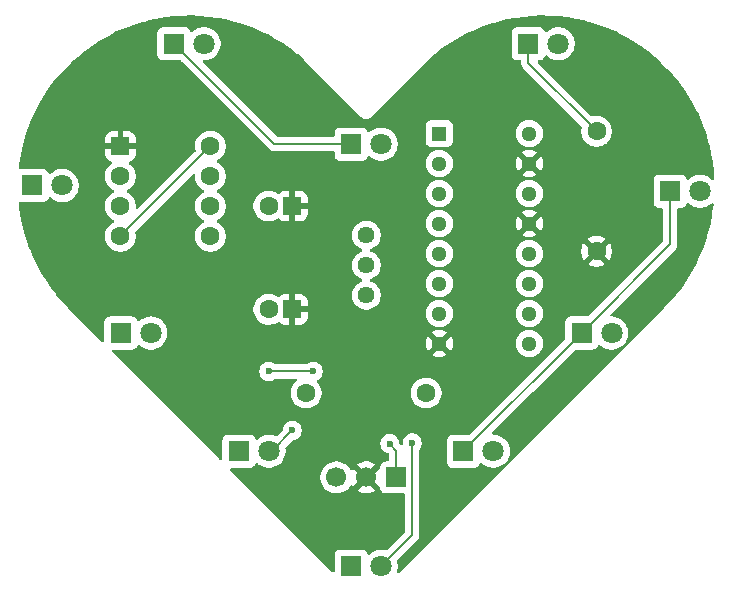
<source format=gbl>
%TF.GenerationSoftware,KiCad,Pcbnew,9.0.6*%
%TF.CreationDate,2025-12-23T16:05:41-08:00*%
%TF.ProjectId,LED Chaser,4c454420-4368-4617-9365-722e6b696361,rev?*%
%TF.SameCoordinates,Original*%
%TF.FileFunction,Copper,L2,Bot*%
%TF.FilePolarity,Positive*%
%FSLAX46Y46*%
G04 Gerber Fmt 4.6, Leading zero omitted, Abs format (unit mm)*
G04 Created by KiCad (PCBNEW 9.0.6) date 2025-12-23 16:05:41*
%MOMM*%
%LPD*%
G01*
G04 APERTURE LIST*
G04 Aperture macros list*
%AMRoundRect*
0 Rectangle with rounded corners*
0 $1 Rounding radius*
0 $2 $3 $4 $5 $6 $7 $8 $9 X,Y pos of 4 corners*
0 Add a 4 corners polygon primitive as box body*
4,1,4,$2,$3,$4,$5,$6,$7,$8,$9,$2,$3,0*
0 Add four circle primitives for the rounded corners*
1,1,$1+$1,$2,$3*
1,1,$1+$1,$4,$5*
1,1,$1+$1,$6,$7*
1,1,$1+$1,$8,$9*
0 Add four rect primitives between the rounded corners*
20,1,$1+$1,$2,$3,$4,$5,0*
20,1,$1+$1,$4,$5,$6,$7,0*
20,1,$1+$1,$6,$7,$8,$9,0*
20,1,$1+$1,$8,$9,$2,$3,0*%
G04 Aperture macros list end*
%TA.AperFunction,ComponentPad*%
%ADD10R,1.800000X1.800000*%
%TD*%
%TA.AperFunction,ComponentPad*%
%ADD11C,1.800000*%
%TD*%
%TA.AperFunction,ComponentPad*%
%ADD12RoundRect,0.250000X0.550000X0.550000X-0.550000X0.550000X-0.550000X-0.550000X0.550000X-0.550000X0*%
%TD*%
%TA.AperFunction,ComponentPad*%
%ADD13C,1.600000*%
%TD*%
%TA.AperFunction,ComponentPad*%
%ADD14RoundRect,0.250000X-0.550000X-0.550000X0.550000X-0.550000X0.550000X0.550000X-0.550000X0.550000X0*%
%TD*%
%TA.AperFunction,ComponentPad*%
%ADD15R,1.295400X1.295400*%
%TD*%
%TA.AperFunction,ComponentPad*%
%ADD16C,1.295400*%
%TD*%
%TA.AperFunction,ComponentPad*%
%ADD17C,1.440000*%
%TD*%
%TA.AperFunction,ComponentPad*%
%ADD18R,1.700000X1.700000*%
%TD*%
%TA.AperFunction,ComponentPad*%
%ADD19C,1.700000*%
%TD*%
%TA.AperFunction,ViaPad*%
%ADD20C,0.600000*%
%TD*%
%TA.AperFunction,Conductor*%
%ADD21C,0.200000*%
%TD*%
G04 APERTURE END LIST*
D10*
%TO.P,D10,1,K*%
%TO.N,Net-(D1-K)*%
X175730000Y-56000000D03*
D11*
%TO.P,D10,2,A*%
%TO.N,Net-(D10-A)*%
X178270000Y-56000000D03*
%TD*%
D10*
%TO.P,D3,1,K*%
%TO.N,Net-(D1-K)*%
X121730000Y-55500000D03*
D11*
%TO.P,D3,2,A*%
%TO.N,Net-(D3-A)*%
X124270000Y-55500000D03*
%TD*%
D10*
%TO.P,D4,1,K*%
%TO.N,Net-(D1-K)*%
X148730000Y-87750000D03*
D11*
%TO.P,D4,2,A*%
%TO.N,Net-(D4-A)*%
X151270000Y-87750000D03*
%TD*%
D12*
%TO.P,C2,1*%
%TO.N,GND*%
X143750000Y-57250000D03*
D13*
%TO.P,C2,2*%
%TO.N,TR*%
X141750000Y-57250000D03*
%TD*%
%TO.P,R2,1*%
%TO.N,Net-(D1-K)*%
X169500000Y-50920000D03*
%TO.P,R2,2*%
%TO.N,GND*%
X169500000Y-61080000D03*
%TD*%
%TO.P,R1,1*%
%TO.N,+5V*%
X155080000Y-73080000D03*
%TO.P,R1,2*%
%TO.N,Net-(U1-DIS)*%
X144920000Y-73080000D03*
%TD*%
D10*
%TO.P,D9,1,K*%
%TO.N,Net-(D1-K)*%
X158230000Y-78000000D03*
D11*
%TO.P,D9,2,A*%
%TO.N,Net-(D9-A)*%
X160770000Y-78000000D03*
%TD*%
D10*
%TO.P,D8,1,K*%
%TO.N,Net-(D1-K)*%
X139230000Y-78000000D03*
D11*
%TO.P,D8,2,A*%
%TO.N,Net-(D8-A)*%
X141770000Y-78000000D03*
%TD*%
D10*
%TO.P,D7,1,K*%
%TO.N,Net-(D1-K)*%
X129230000Y-68000000D03*
D11*
%TO.P,D7,2,A*%
%TO.N,Net-(D7-A)*%
X131770000Y-68000000D03*
%TD*%
D10*
%TO.P,D2,1,K*%
%TO.N,Net-(D1-K)*%
X148730000Y-52000000D03*
D11*
%TO.P,D2,2,A*%
%TO.N,Net-(D2-A)*%
X151270000Y-52000000D03*
%TD*%
D14*
%TO.P,U1,1,GND*%
%TO.N,GND*%
X129195000Y-52190000D03*
D13*
%TO.P,U1,2,TR*%
%TO.N,TR*%
X129195000Y-54730000D03*
%TO.P,U1,3,Q*%
%TO.N,OUT*%
X129195000Y-57270000D03*
%TO.P,U1,4,R*%
%TO.N,+5V*%
X129195000Y-59810000D03*
%TO.P,U1,5,CV*%
%TO.N,Net-(U1-CV)*%
X136815000Y-59810000D03*
%TO.P,U1,6,THR*%
%TO.N,TR*%
X136815000Y-57270000D03*
%TO.P,U1,7,DIS*%
%TO.N,Net-(U1-DIS)*%
X136815000Y-54730000D03*
%TO.P,U1,8,VCC*%
%TO.N,+5V*%
X136815000Y-52190000D03*
%TD*%
D15*
%TO.P,U2,1,Q5*%
%TO.N,Net-(D6-A)*%
X156190000Y-51110000D03*
D16*
%TO.P,U2,2,Q1*%
%TO.N,Net-(D2-A)*%
X156190000Y-53650000D03*
%TO.P,U2,3,Q0*%
%TO.N,Net-(D1-A)*%
X156190000Y-56190000D03*
%TO.P,U2,4,Q2*%
%TO.N,Net-(D3-A)*%
X156190000Y-58730000D03*
%TO.P,U2,5,Q6*%
%TO.N,Net-(D7-A)*%
X156190000Y-61270000D03*
%TO.P,U2,6,Q7*%
%TO.N,Net-(D8-A)*%
X156190000Y-63810000D03*
%TO.P,U2,7,Q3*%
%TO.N,Net-(D4-A)*%
X156190000Y-66350000D03*
%TO.P,U2,8,VSS*%
%TO.N,GND*%
X156190000Y-68890000D03*
%TO.P,U2,9,Q8*%
%TO.N,Net-(D9-A)*%
X163810000Y-68890000D03*
%TO.P,U2,10,Q4*%
%TO.N,Net-(D5-A)*%
X163810000Y-66350000D03*
%TO.P,U2,11,Q9*%
%TO.N,Net-(D10-A)*%
X163810000Y-63810000D03*
%TO.P,U2,12,Cout*%
%TO.N,unconnected-(U2-Cout-Pad12)*%
X163810000Y-61270000D03*
%TO.P,U2,13,CKEN*%
%TO.N,GND*%
X163810000Y-58730000D03*
%TO.P,U2,14,CLK*%
%TO.N,OUT*%
X163810000Y-56190000D03*
%TO.P,U2,15,Reset*%
%TO.N,GND*%
X163810000Y-53650000D03*
%TO.P,U2,16,VDD*%
%TO.N,+5V*%
X163810000Y-51110000D03*
%TD*%
D17*
%TO.P,RV1,1,1*%
%TO.N,Net-(U1-DIS)*%
X150000000Y-59710000D03*
%TO.P,RV1,2,2*%
X150000000Y-62250000D03*
%TO.P,RV1,3,3*%
%TO.N,TR*%
X150000000Y-64790000D03*
%TD*%
D10*
%TO.P,D5,1,K*%
%TO.N,Net-(D1-K)*%
X168230000Y-68000000D03*
D11*
%TO.P,D5,2,A*%
%TO.N,Net-(D5-A)*%
X170770000Y-68000000D03*
%TD*%
D12*
%TO.P,C1,1*%
%TO.N,GND*%
X143750000Y-66000000D03*
D13*
%TO.P,C1,2*%
%TO.N,Net-(U1-CV)*%
X141750000Y-66000000D03*
%TD*%
D10*
%TO.P,D1,1,K*%
%TO.N,Net-(D1-K)*%
X133730000Y-43500000D03*
D11*
%TO.P,D1,2,A*%
%TO.N,Net-(D1-A)*%
X136270000Y-43500000D03*
%TD*%
D10*
%TO.P,D6,1,K*%
%TO.N,Net-(D1-K)*%
X163730000Y-43500000D03*
D11*
%TO.P,D6,2,A*%
%TO.N,Net-(D6-A)*%
X166270000Y-43500000D03*
%TD*%
D18*
%TO.P,J1,1,Pin_1*%
%TO.N,OUT*%
X152555000Y-80225000D03*
D19*
%TO.P,J1,2,Pin_2*%
%TO.N,GND*%
X150015000Y-80225000D03*
%TO.P,J1,3,Pin_3*%
%TO.N,+5V*%
X147475000Y-80225000D03*
%TD*%
D20*
%TO.N,Net-(D4-A)*%
X153900000Y-77300000D03*
%TO.N,Net-(D7-A)*%
X145520000Y-71250000D03*
X141750000Y-71250000D03*
%TO.N,Net-(D8-A)*%
X143750000Y-76250000D03*
%TO.N,OUT*%
X152000000Y-77356450D03*
%TD*%
D21*
%TO.N,Net-(D1-K)*%
X163730000Y-45150000D02*
X169500000Y-50920000D01*
X133730000Y-43500000D02*
X142230000Y-52000000D01*
X163730000Y-43500000D02*
X163730000Y-45150000D01*
X168230000Y-68000000D02*
X175730000Y-60500000D01*
X175730000Y-60500000D02*
X175730000Y-56000000D01*
X142230000Y-52000000D02*
X148730000Y-52000000D01*
X158230000Y-78000000D02*
X168230000Y-68000000D01*
%TO.N,Net-(D4-A)*%
X153900000Y-85120000D02*
X151270000Y-87750000D01*
X153900000Y-77300000D02*
X153900000Y-85120000D01*
%TO.N,Net-(D7-A)*%
X145520000Y-71250000D02*
X141750000Y-71250000D01*
%TO.N,Net-(D8-A)*%
X143750000Y-76250000D02*
X142000000Y-78000000D01*
X142000000Y-78000000D02*
X141770000Y-78000000D01*
%TO.N,+5V*%
X136815000Y-52190000D02*
X129195000Y-59810000D01*
%TO.N,OUT*%
X152000000Y-77356450D02*
X152555000Y-78011450D01*
X152555000Y-78011450D02*
X152555000Y-80225000D01*
%TD*%
%TA.AperFunction,Conductor*%
%TO.N,GND*%
G36*
X135189862Y-41108424D02*
G01*
X135929628Y-41137012D01*
X135935943Y-41137420D01*
X136673276Y-41204054D01*
X136679574Y-41204788D01*
X137412432Y-41309283D01*
X137418728Y-41310346D01*
X138145289Y-41452438D01*
X138151475Y-41453815D01*
X138869731Y-41633113D01*
X138875857Y-41634811D01*
X139583975Y-41850862D01*
X139589973Y-41852863D01*
X140285998Y-42105068D01*
X140291912Y-42107385D01*
X140974011Y-42395078D01*
X140979824Y-42397707D01*
X141578997Y-42687613D01*
X141646201Y-42720129D01*
X141651874Y-42723056D01*
X142087759Y-42962394D01*
X142300785Y-43079363D01*
X142306300Y-43082579D01*
X142803283Y-43389778D01*
X142935983Y-43471803D01*
X142941322Y-43475296D01*
X143550143Y-43896426D01*
X143555286Y-43900182D01*
X144092565Y-44314286D01*
X144141627Y-44352100D01*
X144146580Y-44356124D01*
X144212250Y-44412358D01*
X144708877Y-44837625D01*
X144713619Y-44841902D01*
X145251559Y-45352827D01*
X145253844Y-45355055D01*
X149599501Y-49700712D01*
X149692687Y-49793898D01*
X149806815Y-49859790D01*
X149934108Y-49893898D01*
X149934109Y-49893898D01*
X149934110Y-49893898D01*
X150065891Y-49893898D01*
X150065893Y-49893898D01*
X150193187Y-49859790D01*
X150307315Y-49793898D01*
X154700708Y-45400503D01*
X154700711Y-45400502D01*
X154746234Y-45354978D01*
X154748398Y-45352869D01*
X155286394Y-44841890D01*
X155291104Y-44837642D01*
X155853437Y-44356111D01*
X155858348Y-44352121D01*
X156444730Y-43900171D01*
X156449830Y-43896446D01*
X157058694Y-43475287D01*
X157063993Y-43471820D01*
X157693715Y-43082572D01*
X157699195Y-43079376D01*
X158348139Y-42723050D01*
X158353779Y-42720141D01*
X158701011Y-42552135D01*
X162329500Y-42552135D01*
X162329500Y-44447870D01*
X162329501Y-44447876D01*
X162335908Y-44507483D01*
X162386202Y-44642328D01*
X162386206Y-44642335D01*
X162472452Y-44757544D01*
X162472455Y-44757547D01*
X162587664Y-44843793D01*
X162587671Y-44843797D01*
X162632618Y-44860561D01*
X162722517Y-44894091D01*
X162782127Y-44900500D01*
X163005500Y-44900499D01*
X163014185Y-44903049D01*
X163023147Y-44901761D01*
X163047184Y-44912738D01*
X163072539Y-44920183D01*
X163078467Y-44927025D01*
X163086703Y-44930786D01*
X163100989Y-44953017D01*
X163118294Y-44972987D01*
X163120581Y-44983502D01*
X163124477Y-44989564D01*
X163129500Y-45024499D01*
X163129500Y-45063330D01*
X163129499Y-45063348D01*
X163129499Y-45229054D01*
X163129498Y-45229054D01*
X163163261Y-45355055D01*
X163170423Y-45381785D01*
X163187124Y-45410712D01*
X163199358Y-45431900D01*
X163199359Y-45431904D01*
X163199360Y-45431904D01*
X163249479Y-45518714D01*
X163249481Y-45518717D01*
X163368349Y-45637585D01*
X163368355Y-45637590D01*
X168205922Y-50475157D01*
X168239407Y-50536480D01*
X168236173Y-50601154D01*
X168234628Y-50605909D01*
X168231522Y-50615468D01*
X168199500Y-50817648D01*
X168199500Y-51022351D01*
X168231522Y-51224534D01*
X168294781Y-51419223D01*
X168387715Y-51601613D01*
X168508028Y-51767213D01*
X168652786Y-51911971D01*
X168807749Y-52024556D01*
X168818390Y-52032287D01*
X168927042Y-52087648D01*
X169000776Y-52125218D01*
X169000778Y-52125218D01*
X169000781Y-52125220D01*
X169105137Y-52159127D01*
X169195465Y-52188477D01*
X169277644Y-52201493D01*
X169397648Y-52220500D01*
X169397649Y-52220500D01*
X169602351Y-52220500D01*
X169602352Y-52220500D01*
X169804534Y-52188477D01*
X169999219Y-52125220D01*
X170181610Y-52032287D01*
X170274590Y-51964732D01*
X170347213Y-51911971D01*
X170347215Y-51911968D01*
X170347219Y-51911966D01*
X170491966Y-51767219D01*
X170491968Y-51767215D01*
X170491971Y-51767213D01*
X170561112Y-51672047D01*
X170612287Y-51601610D01*
X170705220Y-51419219D01*
X170768477Y-51224534D01*
X170800500Y-51022352D01*
X170800500Y-50817648D01*
X170788590Y-50742452D01*
X170768477Y-50615465D01*
X170705218Y-50420776D01*
X170671503Y-50354607D01*
X170612287Y-50238390D01*
X170598905Y-50219971D01*
X170491971Y-50072786D01*
X170347213Y-49928028D01*
X170181613Y-49807715D01*
X170181612Y-49807714D01*
X170181610Y-49807713D01*
X170124653Y-49778691D01*
X169999223Y-49714781D01*
X169804534Y-49651522D01*
X169629995Y-49623878D01*
X169602352Y-49619500D01*
X169397648Y-49619500D01*
X169359599Y-49625526D01*
X169195468Y-49651522D01*
X169186717Y-49654365D01*
X169181154Y-49656173D01*
X169111313Y-49658167D01*
X169055157Y-49625922D01*
X164541415Y-45112180D01*
X164507930Y-45050857D01*
X164512914Y-44981165D01*
X164554786Y-44925232D01*
X164620250Y-44900815D01*
X164629096Y-44900499D01*
X164677871Y-44900499D01*
X164677872Y-44900499D01*
X164737483Y-44894091D01*
X164872331Y-44843796D01*
X164987546Y-44757546D01*
X165073796Y-44642331D01*
X165101429Y-44568243D01*
X165103601Y-44562420D01*
X165145471Y-44506486D01*
X165210936Y-44482068D01*
X165279209Y-44496919D01*
X165307464Y-44518071D01*
X165357636Y-44568243D01*
X165357641Y-44568247D01*
X165464791Y-44646095D01*
X165535978Y-44697815D01*
X165664375Y-44763237D01*
X165732393Y-44797895D01*
X165732396Y-44797896D01*
X165837221Y-44831955D01*
X165942049Y-44866015D01*
X166159778Y-44900500D01*
X166159779Y-44900500D01*
X166380221Y-44900500D01*
X166380222Y-44900500D01*
X166597951Y-44866015D01*
X166807606Y-44797895D01*
X167004022Y-44697815D01*
X167182365Y-44568242D01*
X167338242Y-44412365D01*
X167467815Y-44234022D01*
X167567895Y-44037606D01*
X167636015Y-43827951D01*
X167670500Y-43610222D01*
X167670500Y-43389778D01*
X167636015Y-43172049D01*
X167567895Y-42962394D01*
X167567895Y-42962393D01*
X167533237Y-42894375D01*
X167467815Y-42765978D01*
X167451260Y-42743192D01*
X167338247Y-42587641D01*
X167338243Y-42587636D01*
X167182363Y-42431756D01*
X167182358Y-42431752D01*
X167004025Y-42302187D01*
X167004024Y-42302186D01*
X167004022Y-42302185D01*
X166895338Y-42246807D01*
X166807606Y-42202104D01*
X166807603Y-42202103D01*
X166597952Y-42133985D01*
X166489086Y-42116742D01*
X166380222Y-42099500D01*
X166159778Y-42099500D01*
X166087201Y-42110995D01*
X165942047Y-42133985D01*
X165732396Y-42202103D01*
X165732393Y-42202104D01*
X165535974Y-42302187D01*
X165357641Y-42431752D01*
X165357636Y-42431756D01*
X165307463Y-42481929D01*
X165246140Y-42515413D01*
X165176448Y-42510428D01*
X165120515Y-42468557D01*
X165103601Y-42437580D01*
X165073797Y-42357671D01*
X165073793Y-42357664D01*
X164987547Y-42242455D01*
X164987544Y-42242452D01*
X164872335Y-42156206D01*
X164872328Y-42156202D01*
X164737482Y-42105908D01*
X164737483Y-42105908D01*
X164677883Y-42099501D01*
X164677881Y-42099500D01*
X164677873Y-42099500D01*
X164677864Y-42099500D01*
X162782129Y-42099500D01*
X162782123Y-42099501D01*
X162722516Y-42105908D01*
X162587671Y-42156202D01*
X162587664Y-42156206D01*
X162472455Y-42242452D01*
X162472452Y-42242455D01*
X162386206Y-42357664D01*
X162386202Y-42357671D01*
X162335908Y-42492517D01*
X162329501Y-42552116D01*
X162329500Y-42552135D01*
X158701011Y-42552135D01*
X159020188Y-42397703D01*
X159025967Y-42395089D01*
X159708098Y-42107382D01*
X159713985Y-42105076D01*
X160410036Y-41852860D01*
X160416010Y-41850867D01*
X161124150Y-41634811D01*
X161130256Y-41633119D01*
X161848530Y-41453814D01*
X161854700Y-41452442D01*
X162581293Y-41310343D01*
X162587546Y-41309287D01*
X163320437Y-41204789D01*
X163326704Y-41204059D01*
X164064057Y-41137422D01*
X164070367Y-41137015D01*
X164810136Y-41108426D01*
X164816507Y-41108345D01*
X165556770Y-41117876D01*
X165563076Y-41118120D01*
X166301883Y-41165748D01*
X166308182Y-41166318D01*
X167043517Y-41251910D01*
X167049835Y-41252811D01*
X167779778Y-41376143D01*
X167786010Y-41377361D01*
X168508703Y-41538120D01*
X168514815Y-41539647D01*
X169228263Y-41737393D01*
X169234315Y-41739240D01*
X169936607Y-41973442D01*
X169942573Y-41975604D01*
X170631859Y-42245640D01*
X170637730Y-42248116D01*
X171312224Y-42553289D01*
X171317957Y-42556064D01*
X171975812Y-42895537D01*
X171981384Y-42898596D01*
X172620906Y-43271492D01*
X172626314Y-43274835D01*
X173138904Y-43610222D01*
X173245806Y-43680168D01*
X173251033Y-43683783D01*
X173848825Y-44120462D01*
X173853871Y-44124351D01*
X174428393Y-44591225D01*
X174433213Y-44595352D01*
X174952059Y-45063330D01*
X174982942Y-45091185D01*
X174987572Y-45095583D01*
X175511016Y-45619027D01*
X175515414Y-45623657D01*
X175527981Y-45637590D01*
X176011243Y-46173381D01*
X176015386Y-46178220D01*
X176482246Y-46752726D01*
X176486144Y-46757784D01*
X176922797Y-47355542D01*
X176926430Y-47360793D01*
X177331756Y-47980273D01*
X177335113Y-47985705D01*
X177707996Y-48625202D01*
X177711069Y-48630799D01*
X178050531Y-49288634D01*
X178053313Y-49294382D01*
X178358476Y-49968855D01*
X178360957Y-49974738D01*
X178630990Y-50664012D01*
X178633165Y-50670016D01*
X178737183Y-50981929D01*
X178857522Y-51342786D01*
X178867350Y-51372255D01*
X178869213Y-51378359D01*
X178880538Y-51419219D01*
X179066946Y-52091759D01*
X179068485Y-52097922D01*
X179227837Y-52814286D01*
X179229231Y-52820553D01*
X179230456Y-52826820D01*
X179353788Y-53556763D01*
X179354689Y-53563084D01*
X179440278Y-54298386D01*
X179440853Y-54304746D01*
X179480711Y-54923022D01*
X179465380Y-54991189D01*
X179415629Y-55040246D01*
X179347254Y-55054618D01*
X179281962Y-55029742D01*
X179269287Y-55018680D01*
X179182363Y-54931756D01*
X179182358Y-54931752D01*
X179004025Y-54802187D01*
X179004024Y-54802186D01*
X179004022Y-54802185D01*
X178886791Y-54742452D01*
X178807606Y-54702104D01*
X178807603Y-54702103D01*
X178597952Y-54633985D01*
X178489086Y-54616742D01*
X178380222Y-54599500D01*
X178159778Y-54599500D01*
X178087201Y-54610995D01*
X177942047Y-54633985D01*
X177732396Y-54702103D01*
X177732393Y-54702104D01*
X177535974Y-54802187D01*
X177357641Y-54931752D01*
X177357636Y-54931756D01*
X177307463Y-54981929D01*
X177246140Y-55015413D01*
X177176448Y-55010428D01*
X177120515Y-54968557D01*
X177103601Y-54937580D01*
X177073797Y-54857671D01*
X177073793Y-54857664D01*
X176987547Y-54742455D01*
X176987544Y-54742452D01*
X176872335Y-54656206D01*
X176872328Y-54656202D01*
X176737482Y-54605908D01*
X176737483Y-54605908D01*
X176677883Y-54599501D01*
X176677881Y-54599500D01*
X176677873Y-54599500D01*
X176677864Y-54599500D01*
X174782129Y-54599500D01*
X174782123Y-54599501D01*
X174722516Y-54605908D01*
X174587671Y-54656202D01*
X174587664Y-54656206D01*
X174472455Y-54742452D01*
X174472452Y-54742455D01*
X174386206Y-54857664D01*
X174386202Y-54857671D01*
X174335908Y-54992517D01*
X174329501Y-55052116D01*
X174329500Y-55052135D01*
X174329500Y-56947870D01*
X174329501Y-56947876D01*
X174335908Y-57007483D01*
X174386202Y-57142328D01*
X174386206Y-57142335D01*
X174472452Y-57257544D01*
X174472455Y-57257547D01*
X174587664Y-57343793D01*
X174587671Y-57343797D01*
X174610606Y-57352351D01*
X174722517Y-57394091D01*
X174782127Y-57400500D01*
X175005500Y-57400499D01*
X175072539Y-57420183D01*
X175118294Y-57472987D01*
X175129500Y-57524499D01*
X175129500Y-60199902D01*
X175109815Y-60266941D01*
X175093181Y-60287583D01*
X168817582Y-66563181D01*
X168756259Y-66596666D01*
X168729901Y-66599500D01*
X167282129Y-66599500D01*
X167282123Y-66599501D01*
X167222516Y-66605908D01*
X167087671Y-66656202D01*
X167087664Y-66656206D01*
X166972455Y-66742452D01*
X166972452Y-66742455D01*
X166886206Y-66857664D01*
X166886202Y-66857671D01*
X166835908Y-66992517D01*
X166829501Y-67052116D01*
X166829500Y-67052135D01*
X166829500Y-68499901D01*
X166809815Y-68566940D01*
X166793181Y-68587582D01*
X158817582Y-76563181D01*
X158756259Y-76596666D01*
X158729901Y-76599500D01*
X157282129Y-76599500D01*
X157282123Y-76599501D01*
X157222516Y-76605908D01*
X157087671Y-76656202D01*
X157087664Y-76656206D01*
X156972455Y-76742452D01*
X156972452Y-76742455D01*
X156886206Y-76857664D01*
X156886202Y-76857671D01*
X156835908Y-76992517D01*
X156829501Y-77052116D01*
X156829500Y-77052135D01*
X156829500Y-78947870D01*
X156829501Y-78947876D01*
X156835908Y-79007483D01*
X156886202Y-79142328D01*
X156886206Y-79142335D01*
X156972452Y-79257544D01*
X156972455Y-79257547D01*
X157087664Y-79343793D01*
X157087671Y-79343797D01*
X157222517Y-79394091D01*
X157222516Y-79394091D01*
X157229444Y-79394835D01*
X157282127Y-79400500D01*
X159177872Y-79400499D01*
X159237483Y-79394091D01*
X159372331Y-79343796D01*
X159487546Y-79257546D01*
X159573796Y-79142331D01*
X159585956Y-79109728D01*
X159603601Y-79062420D01*
X159645471Y-79006486D01*
X159710936Y-78982068D01*
X159779209Y-78996919D01*
X159807464Y-79018071D01*
X159857636Y-79068243D01*
X159857641Y-79068247D01*
X159946314Y-79132671D01*
X160035978Y-79197815D01*
X160164375Y-79263237D01*
X160232393Y-79297895D01*
X160232396Y-79297896D01*
X160322328Y-79327116D01*
X160442049Y-79366015D01*
X160659778Y-79400500D01*
X160659779Y-79400500D01*
X160880221Y-79400500D01*
X160880222Y-79400500D01*
X161097951Y-79366015D01*
X161307606Y-79297895D01*
X161504022Y-79197815D01*
X161682365Y-79068242D01*
X161838242Y-78912365D01*
X161967815Y-78734022D01*
X162067895Y-78537606D01*
X162136015Y-78327951D01*
X162170500Y-78110222D01*
X162170500Y-77889778D01*
X162136015Y-77672049D01*
X162090999Y-77533501D01*
X162067896Y-77462396D01*
X162067895Y-77462393D01*
X161998813Y-77326815D01*
X161967815Y-77265978D01*
X161863902Y-77122953D01*
X161838247Y-77087641D01*
X161838243Y-77087636D01*
X161682363Y-76931756D01*
X161682358Y-76931752D01*
X161504025Y-76802187D01*
X161504024Y-76802186D01*
X161504022Y-76802185D01*
X161441096Y-76770122D01*
X161307606Y-76702104D01*
X161307603Y-76702103D01*
X161097952Y-76633985D01*
X160989086Y-76616742D01*
X160880222Y-76599500D01*
X160779096Y-76599500D01*
X160712057Y-76579815D01*
X160666302Y-76527011D01*
X160656358Y-76457853D01*
X160685383Y-76394297D01*
X160691415Y-76387819D01*
X164101587Y-72977648D01*
X167642417Y-69436818D01*
X167703740Y-69403333D01*
X167730098Y-69400499D01*
X169177871Y-69400499D01*
X169177872Y-69400499D01*
X169237483Y-69394091D01*
X169372331Y-69343796D01*
X169487546Y-69257546D01*
X169573796Y-69142331D01*
X169601429Y-69068243D01*
X169603601Y-69062420D01*
X169645471Y-69006486D01*
X169710936Y-68982068D01*
X169779209Y-68996919D01*
X169807464Y-69018071D01*
X169857636Y-69068243D01*
X169857641Y-69068247D01*
X169945029Y-69131737D01*
X170035978Y-69197815D01*
X170164375Y-69263237D01*
X170232393Y-69297895D01*
X170232396Y-69297896D01*
X170333531Y-69330756D01*
X170442049Y-69366015D01*
X170659778Y-69400500D01*
X170659779Y-69400500D01*
X170880221Y-69400500D01*
X170880222Y-69400500D01*
X171097951Y-69366015D01*
X171307606Y-69297895D01*
X171504022Y-69197815D01*
X171682365Y-69068242D01*
X171838242Y-68912365D01*
X171967815Y-68734022D01*
X172067895Y-68537606D01*
X172136015Y-68327951D01*
X172170500Y-68110222D01*
X172170500Y-67889778D01*
X172136015Y-67672049D01*
X172067895Y-67462394D01*
X172067895Y-67462393D01*
X172033237Y-67394375D01*
X171967815Y-67265978D01*
X171909501Y-67185715D01*
X171838247Y-67087641D01*
X171838243Y-67087636D01*
X171682363Y-66931756D01*
X171682358Y-66931752D01*
X171504025Y-66802187D01*
X171504024Y-66802186D01*
X171504022Y-66802185D01*
X171386791Y-66742452D01*
X171307606Y-66702104D01*
X171307603Y-66702103D01*
X171097952Y-66633985D01*
X170989086Y-66616742D01*
X170880222Y-66599500D01*
X170779096Y-66599500D01*
X170712057Y-66579815D01*
X170666302Y-66527011D01*
X170656358Y-66457853D01*
X170685383Y-66394297D01*
X170691415Y-66387819D01*
X171877434Y-65201800D01*
X176210520Y-60868716D01*
X176289577Y-60731784D01*
X176330501Y-60579057D01*
X176330501Y-60420942D01*
X176330501Y-60413347D01*
X176330500Y-60413329D01*
X176330500Y-57524499D01*
X176350185Y-57457460D01*
X176402989Y-57411705D01*
X176454500Y-57400499D01*
X176677871Y-57400499D01*
X176677872Y-57400499D01*
X176737483Y-57394091D01*
X176872331Y-57343796D01*
X176987546Y-57257546D01*
X177073796Y-57142331D01*
X177081344Y-57122094D01*
X177103601Y-57062420D01*
X177145471Y-57006486D01*
X177210936Y-56982068D01*
X177279209Y-56996919D01*
X177307464Y-57018071D01*
X177357636Y-57068243D01*
X177357641Y-57068247D01*
X177486915Y-57162169D01*
X177535978Y-57197815D01*
X177664375Y-57263237D01*
X177732393Y-57297895D01*
X177732396Y-57297896D01*
X177747062Y-57302661D01*
X177942049Y-57366015D01*
X178159778Y-57400500D01*
X178159779Y-57400500D01*
X178380221Y-57400500D01*
X178380222Y-57400500D01*
X178597951Y-57366015D01*
X178807606Y-57297895D01*
X179004022Y-57197815D01*
X179182365Y-57068242D01*
X179203464Y-57047142D01*
X179227636Y-57033942D01*
X179249994Y-57017850D01*
X179257865Y-57017435D01*
X179264784Y-57013657D01*
X179292263Y-57015621D01*
X179319767Y-57014172D01*
X179326612Y-57018077D01*
X179334476Y-57018640D01*
X179356529Y-57035148D01*
X179380453Y-57048799D01*
X179384100Y-57055787D01*
X179390411Y-57060511D01*
X179400038Y-57086321D01*
X179412783Y-57110738D01*
X179413382Y-57122094D01*
X179414829Y-57125974D01*
X179414642Y-57145983D01*
X179402544Y-57279856D01*
X179401805Y-57286199D01*
X179297315Y-58019029D01*
X179296252Y-58025326D01*
X179154164Y-58751866D01*
X179152777Y-58758099D01*
X178973487Y-59476318D01*
X178971782Y-59482471D01*
X178755745Y-60190546D01*
X178753724Y-60196604D01*
X178501535Y-60892583D01*
X178499206Y-60898528D01*
X178211519Y-61580611D01*
X178208887Y-61586429D01*
X177886464Y-62252810D01*
X177883536Y-62258485D01*
X177527239Y-62907378D01*
X177524022Y-62912894D01*
X177134794Y-63542584D01*
X177131298Y-63547927D01*
X176710174Y-64156739D01*
X176706408Y-64161895D01*
X176254496Y-64748228D01*
X176250468Y-64753184D01*
X175768970Y-65315477D01*
X175764694Y-65320219D01*
X175253668Y-65858266D01*
X175251439Y-65860552D01*
X152809662Y-88302329D01*
X152748339Y-88335814D01*
X152678647Y-88330830D01*
X152622714Y-88288958D01*
X152598297Y-88223494D01*
X152604050Y-88176330D01*
X152615163Y-88142128D01*
X152636015Y-88077951D01*
X152670500Y-87860222D01*
X152670500Y-87639778D01*
X152636015Y-87422049D01*
X152613188Y-87351794D01*
X152611193Y-87281953D01*
X152643436Y-87225797D01*
X154380520Y-85488716D01*
X154459577Y-85351784D01*
X154500501Y-85199057D01*
X154500501Y-85040942D01*
X154500501Y-85033347D01*
X154500500Y-85033329D01*
X154500500Y-77879765D01*
X154520185Y-77812726D01*
X154521398Y-77810874D01*
X154609390Y-77679185D01*
X154609390Y-77679184D01*
X154609394Y-77679179D01*
X154669737Y-77533497D01*
X154700500Y-77378842D01*
X154700500Y-77221158D01*
X154700500Y-77221155D01*
X154700499Y-77221153D01*
X154680967Y-77122960D01*
X154669737Y-77066503D01*
X154663165Y-77050637D01*
X154609397Y-76920827D01*
X154609390Y-76920814D01*
X154521789Y-76789711D01*
X154521786Y-76789707D01*
X154410292Y-76678213D01*
X154410288Y-76678210D01*
X154279185Y-76590609D01*
X154279172Y-76590602D01*
X154133501Y-76530264D01*
X154133489Y-76530261D01*
X153978845Y-76499500D01*
X153978842Y-76499500D01*
X153821158Y-76499500D01*
X153821155Y-76499500D01*
X153666510Y-76530261D01*
X153666498Y-76530264D01*
X153520827Y-76590602D01*
X153520814Y-76590609D01*
X153389711Y-76678210D01*
X153389707Y-76678213D01*
X153278213Y-76789707D01*
X153278210Y-76789711D01*
X153190609Y-76920814D01*
X153190602Y-76920827D01*
X153130264Y-77066498D01*
X153130261Y-77066510D01*
X153099500Y-77221153D01*
X153099500Y-77384934D01*
X153097281Y-77384934D01*
X153092991Y-77407507D01*
X153087947Y-77440034D01*
X153086502Y-77441663D01*
X153086096Y-77443805D01*
X153063438Y-77467693D01*
X153041611Y-77492328D01*
X153039513Y-77492918D01*
X153038015Y-77494499D01*
X153006041Y-77502345D01*
X152974358Y-77511269D01*
X152972275Y-77510632D01*
X152970158Y-77511152D01*
X152939006Y-77500462D01*
X152907540Y-77490844D01*
X152905369Y-77488920D01*
X152904071Y-77488475D01*
X152881131Y-77467444D01*
X152829893Y-77406974D01*
X152801574Y-77343102D01*
X152800500Y-77326815D01*
X152800500Y-77277605D01*
X152800499Y-77277603D01*
X152769738Y-77122960D01*
X152769737Y-77122953D01*
X152769735Y-77122948D01*
X152709397Y-76977277D01*
X152709390Y-76977264D01*
X152621789Y-76846161D01*
X152621786Y-76846157D01*
X152510292Y-76734663D01*
X152510288Y-76734660D01*
X152379185Y-76647059D01*
X152379172Y-76647052D01*
X152233501Y-76586714D01*
X152233489Y-76586711D01*
X152078845Y-76555950D01*
X152078842Y-76555950D01*
X151921158Y-76555950D01*
X151921155Y-76555950D01*
X151766510Y-76586711D01*
X151766498Y-76586714D01*
X151620827Y-76647052D01*
X151620814Y-76647059D01*
X151489711Y-76734660D01*
X151489707Y-76734663D01*
X151378213Y-76846157D01*
X151378210Y-76846161D01*
X151290609Y-76977264D01*
X151290602Y-76977277D01*
X151230264Y-77122948D01*
X151230261Y-77122960D01*
X151199500Y-77277603D01*
X151199500Y-77435296D01*
X151230261Y-77589939D01*
X151230264Y-77589951D01*
X151290602Y-77735622D01*
X151290609Y-77735635D01*
X151378210Y-77866738D01*
X151378213Y-77866742D01*
X151489707Y-77978236D01*
X151489711Y-77978239D01*
X151620814Y-78065840D01*
X151620827Y-78065847D01*
X151708230Y-78102049D01*
X151766503Y-78126187D01*
X151842691Y-78141341D01*
X151863848Y-78152408D01*
X151886687Y-78159389D01*
X151900368Y-78171511D01*
X151904600Y-78173725D01*
X151913103Y-78182795D01*
X151925104Y-78196958D01*
X151953425Y-78260831D01*
X151954500Y-78277121D01*
X151954500Y-78750500D01*
X151934815Y-78817539D01*
X151882011Y-78863294D01*
X151830501Y-78874500D01*
X151657130Y-78874500D01*
X151657123Y-78874501D01*
X151597516Y-78880908D01*
X151462671Y-78931202D01*
X151462664Y-78931206D01*
X151347455Y-79017452D01*
X151347452Y-79017455D01*
X151261206Y-79132664D01*
X151261202Y-79132671D01*
X151210908Y-79267517D01*
X151204501Y-79327116D01*
X151204500Y-79327135D01*
X151204500Y-79337690D01*
X151184815Y-79404729D01*
X151168181Y-79425371D01*
X150497962Y-80095590D01*
X150480925Y-80032007D01*
X150415099Y-79917993D01*
X150322007Y-79824901D01*
X150207993Y-79759075D01*
X150144409Y-79742037D01*
X150776716Y-79109728D01*
X150722550Y-79070375D01*
X150533217Y-78973904D01*
X150331129Y-78908242D01*
X150121246Y-78875000D01*
X149908754Y-78875000D01*
X149698872Y-78908242D01*
X149698869Y-78908242D01*
X149496782Y-78973904D01*
X149307439Y-79070380D01*
X149253282Y-79109727D01*
X149253282Y-79109728D01*
X149885591Y-79742037D01*
X149822007Y-79759075D01*
X149707993Y-79824901D01*
X149614901Y-79917993D01*
X149549075Y-80032007D01*
X149532037Y-80095591D01*
X148899728Y-79463282D01*
X148899727Y-79463282D01*
X148860380Y-79517440D01*
X148860376Y-79517446D01*
X148855760Y-79526505D01*
X148807781Y-79577297D01*
X148739959Y-79594087D01*
X148673826Y-79571543D01*
X148634794Y-79526493D01*
X148630051Y-79517184D01*
X148630049Y-79517181D01*
X148630048Y-79517179D01*
X148505109Y-79345213D01*
X148354786Y-79194890D01*
X148182820Y-79069951D01*
X147993414Y-78973444D01*
X147993413Y-78973443D01*
X147993412Y-78973443D01*
X147791243Y-78907754D01*
X147791241Y-78907753D01*
X147791240Y-78907753D01*
X147629957Y-78882208D01*
X147581287Y-78874500D01*
X147368713Y-78874500D01*
X147320042Y-78882208D01*
X147158760Y-78907753D01*
X146956585Y-78973444D01*
X146767179Y-79069951D01*
X146595213Y-79194890D01*
X146444890Y-79345213D01*
X146319951Y-79517179D01*
X146223444Y-79706585D01*
X146157753Y-79908760D01*
X146124500Y-80118713D01*
X146124500Y-80331286D01*
X146157753Y-80541239D01*
X146223444Y-80743414D01*
X146319951Y-80932820D01*
X146444890Y-81104786D01*
X146595213Y-81255109D01*
X146767179Y-81380048D01*
X146767181Y-81380049D01*
X146767184Y-81380051D01*
X146956588Y-81476557D01*
X147158757Y-81542246D01*
X147368713Y-81575500D01*
X147368714Y-81575500D01*
X147581286Y-81575500D01*
X147581287Y-81575500D01*
X147791243Y-81542246D01*
X147993412Y-81476557D01*
X148182816Y-81380051D01*
X148269138Y-81317335D01*
X148354786Y-81255109D01*
X148354788Y-81255106D01*
X148354792Y-81255104D01*
X148505104Y-81104792D01*
X148505106Y-81104788D01*
X148505109Y-81104786D01*
X148572515Y-81012007D01*
X148630051Y-80932816D01*
X148634793Y-80923508D01*
X148682763Y-80872711D01*
X148750583Y-80855911D01*
X148816719Y-80878445D01*
X148855763Y-80923500D01*
X148860373Y-80932547D01*
X148899728Y-80986716D01*
X149532037Y-80354408D01*
X149549075Y-80417993D01*
X149614901Y-80532007D01*
X149707993Y-80625099D01*
X149822007Y-80690925D01*
X149885590Y-80707962D01*
X149253282Y-81340269D01*
X149253282Y-81340270D01*
X149307449Y-81379624D01*
X149496782Y-81476095D01*
X149698870Y-81541757D01*
X149908754Y-81575000D01*
X150121246Y-81575000D01*
X150331127Y-81541757D01*
X150331130Y-81541757D01*
X150533217Y-81476095D01*
X150722554Y-81379622D01*
X150776716Y-81340270D01*
X150776717Y-81340270D01*
X150144408Y-80707962D01*
X150207993Y-80690925D01*
X150322007Y-80625099D01*
X150415099Y-80532007D01*
X150480925Y-80417993D01*
X150497962Y-80354409D01*
X151168181Y-81024628D01*
X151201666Y-81085951D01*
X151204500Y-81112300D01*
X151204500Y-81122865D01*
X151204501Y-81122876D01*
X151210908Y-81182483D01*
X151261202Y-81317328D01*
X151261206Y-81317335D01*
X151347452Y-81432544D01*
X151347455Y-81432547D01*
X151462664Y-81518793D01*
X151462671Y-81518797D01*
X151597517Y-81569091D01*
X151597516Y-81569091D01*
X151604444Y-81569835D01*
X151657127Y-81575500D01*
X153175500Y-81575499D01*
X153242539Y-81595184D01*
X153288294Y-81647987D01*
X153299500Y-81699499D01*
X153299500Y-84819902D01*
X153279815Y-84886941D01*
X153263181Y-84907583D01*
X151794202Y-86376561D01*
X151732879Y-86410046D01*
X151668203Y-86406811D01*
X151643584Y-86398812D01*
X151597952Y-86383985D01*
X151489086Y-86366742D01*
X151380222Y-86349500D01*
X151159778Y-86349500D01*
X151087201Y-86360995D01*
X150942047Y-86383985D01*
X150732396Y-86452103D01*
X150732393Y-86452104D01*
X150535974Y-86552187D01*
X150357641Y-86681752D01*
X150357636Y-86681756D01*
X150307463Y-86731929D01*
X150246140Y-86765413D01*
X150176448Y-86760428D01*
X150120515Y-86718557D01*
X150103601Y-86687580D01*
X150073797Y-86607671D01*
X150073793Y-86607664D01*
X149987547Y-86492455D01*
X149987544Y-86492452D01*
X149872335Y-86406206D01*
X149872328Y-86406202D01*
X149737482Y-86355908D01*
X149737483Y-86355908D01*
X149677883Y-86349501D01*
X149677881Y-86349500D01*
X149677873Y-86349500D01*
X149677864Y-86349500D01*
X147782129Y-86349500D01*
X147782123Y-86349501D01*
X147722516Y-86355908D01*
X147587671Y-86406202D01*
X147587664Y-86406206D01*
X147472455Y-86492452D01*
X147472452Y-86492455D01*
X147386206Y-86607664D01*
X147386202Y-86607671D01*
X147335908Y-86742517D01*
X147329501Y-86802116D01*
X147329500Y-86802135D01*
X147329500Y-88142128D01*
X147309815Y-88209167D01*
X147257011Y-88254922D01*
X147187853Y-88264866D01*
X147124297Y-88235841D01*
X147117819Y-88229809D01*
X138500190Y-79612180D01*
X138466705Y-79550857D01*
X138471689Y-79481165D01*
X138513561Y-79425232D01*
X138579025Y-79400815D01*
X138587871Y-79400499D01*
X140177871Y-79400499D01*
X140177872Y-79400499D01*
X140237483Y-79394091D01*
X140372331Y-79343796D01*
X140487546Y-79257546D01*
X140573796Y-79142331D01*
X140585956Y-79109728D01*
X140603601Y-79062420D01*
X140645471Y-79006486D01*
X140710936Y-78982068D01*
X140779209Y-78996919D01*
X140807464Y-79018071D01*
X140857636Y-79068243D01*
X140857641Y-79068247D01*
X140946314Y-79132671D01*
X141035978Y-79197815D01*
X141164375Y-79263237D01*
X141232393Y-79297895D01*
X141232396Y-79297896D01*
X141322328Y-79327116D01*
X141442049Y-79366015D01*
X141659778Y-79400500D01*
X141659779Y-79400500D01*
X141880221Y-79400500D01*
X141880222Y-79400500D01*
X142097951Y-79366015D01*
X142307606Y-79297895D01*
X142504022Y-79197815D01*
X142682365Y-79068242D01*
X142838242Y-78912365D01*
X142967815Y-78734022D01*
X143067895Y-78537606D01*
X143136015Y-78327951D01*
X143170500Y-78110222D01*
X143170500Y-77889778D01*
X143151527Y-77769991D01*
X143160481Y-77700701D01*
X143186316Y-77662918D01*
X143764664Y-77084571D01*
X143825985Y-77051088D01*
X143828152Y-77050637D01*
X143828841Y-77050500D01*
X143828842Y-77050500D01*
X143983497Y-77019737D01*
X144129179Y-76959394D01*
X144260289Y-76871789D01*
X144371789Y-76760289D01*
X144459394Y-76629179D01*
X144519737Y-76483497D01*
X144550500Y-76328842D01*
X144550500Y-76171158D01*
X144550500Y-76171155D01*
X144550499Y-76171153D01*
X144519738Y-76016510D01*
X144519738Y-76016508D01*
X144519737Y-76016503D01*
X144519735Y-76016498D01*
X144459397Y-75870827D01*
X144459390Y-75870814D01*
X144371789Y-75739711D01*
X144371786Y-75739707D01*
X144260292Y-75628213D01*
X144260288Y-75628210D01*
X144129185Y-75540609D01*
X144129172Y-75540602D01*
X143983501Y-75480264D01*
X143983489Y-75480261D01*
X143828845Y-75449500D01*
X143828842Y-75449500D01*
X143671158Y-75449500D01*
X143671155Y-75449500D01*
X143516510Y-75480261D01*
X143516498Y-75480264D01*
X143370827Y-75540602D01*
X143370814Y-75540609D01*
X143239711Y-75628210D01*
X143239707Y-75628213D01*
X143128213Y-75739707D01*
X143128210Y-75739711D01*
X143040609Y-75870814D01*
X143040602Y-75870827D01*
X142980264Y-76016498D01*
X142980261Y-76016508D01*
X142949362Y-76171848D01*
X142916977Y-76233759D01*
X142915426Y-76235337D01*
X142464751Y-76686011D01*
X142403428Y-76719496D01*
X142333736Y-76714512D01*
X142320774Y-76708814D01*
X142307610Y-76702106D01*
X142307603Y-76702103D01*
X142097952Y-76633985D01*
X141989086Y-76616742D01*
X141880222Y-76599500D01*
X141659778Y-76599500D01*
X141587201Y-76610995D01*
X141442047Y-76633985D01*
X141232396Y-76702103D01*
X141232393Y-76702104D01*
X141035974Y-76802187D01*
X140857641Y-76931752D01*
X140857636Y-76931756D01*
X140807463Y-76981929D01*
X140746140Y-77015413D01*
X140676448Y-77010428D01*
X140620515Y-76968557D01*
X140603601Y-76937580D01*
X140573797Y-76857671D01*
X140573793Y-76857664D01*
X140487547Y-76742455D01*
X140487544Y-76742452D01*
X140372335Y-76656206D01*
X140372328Y-76656202D01*
X140237482Y-76605908D01*
X140237483Y-76605908D01*
X140177883Y-76599501D01*
X140177881Y-76599500D01*
X140177873Y-76599500D01*
X140177864Y-76599500D01*
X138282129Y-76599500D01*
X138282123Y-76599501D01*
X138222516Y-76605908D01*
X138087671Y-76656202D01*
X138087664Y-76656206D01*
X137972455Y-76742452D01*
X137972452Y-76742455D01*
X137886206Y-76857664D01*
X137886202Y-76857671D01*
X137835908Y-76992517D01*
X137829501Y-77052116D01*
X137829500Y-77052135D01*
X137829500Y-78642128D01*
X137809815Y-78709167D01*
X137757011Y-78754922D01*
X137687853Y-78764866D01*
X137624297Y-78735841D01*
X137617819Y-78729809D01*
X130059163Y-71171153D01*
X140949500Y-71171153D01*
X140949500Y-71328846D01*
X140980261Y-71483489D01*
X140980264Y-71483501D01*
X141040602Y-71629172D01*
X141040609Y-71629185D01*
X141128210Y-71760288D01*
X141128213Y-71760292D01*
X141239707Y-71871786D01*
X141239711Y-71871789D01*
X141370814Y-71959390D01*
X141370827Y-71959397D01*
X141449894Y-71992147D01*
X141516503Y-72019737D01*
X141671153Y-72050499D01*
X141671156Y-72050500D01*
X141671158Y-72050500D01*
X141828844Y-72050500D01*
X141828845Y-72050499D01*
X141983497Y-72019737D01*
X142129179Y-71959394D01*
X142183663Y-71922989D01*
X142260875Y-71871398D01*
X142327553Y-71850520D01*
X142329766Y-71850500D01*
X144018085Y-71850500D01*
X144085124Y-71870185D01*
X144130879Y-71922989D01*
X144140823Y-71992147D01*
X144111798Y-72055703D01*
X144090970Y-72074818D01*
X144072787Y-72088028D01*
X144072782Y-72088032D01*
X143928028Y-72232786D01*
X143807715Y-72398386D01*
X143714781Y-72580776D01*
X143651522Y-72775465D01*
X143619500Y-72977648D01*
X143619500Y-73182351D01*
X143651522Y-73384534D01*
X143714781Y-73579223D01*
X143807715Y-73761613D01*
X143928028Y-73927213D01*
X144072786Y-74071971D01*
X144227749Y-74184556D01*
X144238390Y-74192287D01*
X144354607Y-74251503D01*
X144420776Y-74285218D01*
X144420778Y-74285218D01*
X144420781Y-74285220D01*
X144525137Y-74319127D01*
X144615465Y-74348477D01*
X144716557Y-74364488D01*
X144817648Y-74380500D01*
X144817649Y-74380500D01*
X145022351Y-74380500D01*
X145022352Y-74380500D01*
X145224534Y-74348477D01*
X145419219Y-74285220D01*
X145601610Y-74192287D01*
X145694590Y-74124732D01*
X145767213Y-74071971D01*
X145767215Y-74071968D01*
X145767219Y-74071966D01*
X145911966Y-73927219D01*
X145911968Y-73927215D01*
X145911971Y-73927213D01*
X145964732Y-73854590D01*
X146032287Y-73761610D01*
X146125220Y-73579219D01*
X146188477Y-73384534D01*
X146220500Y-73182352D01*
X146220500Y-72977648D01*
X153779500Y-72977648D01*
X153779500Y-73182351D01*
X153811522Y-73384534D01*
X153874781Y-73579223D01*
X153967715Y-73761613D01*
X154088028Y-73927213D01*
X154232786Y-74071971D01*
X154387749Y-74184556D01*
X154398390Y-74192287D01*
X154514607Y-74251503D01*
X154580776Y-74285218D01*
X154580778Y-74285218D01*
X154580781Y-74285220D01*
X154685137Y-74319127D01*
X154775465Y-74348477D01*
X154876557Y-74364488D01*
X154977648Y-74380500D01*
X154977649Y-74380500D01*
X155182351Y-74380500D01*
X155182352Y-74380500D01*
X155384534Y-74348477D01*
X155579219Y-74285220D01*
X155761610Y-74192287D01*
X155854590Y-74124732D01*
X155927213Y-74071971D01*
X155927215Y-74071968D01*
X155927219Y-74071966D01*
X156071966Y-73927219D01*
X156071968Y-73927215D01*
X156071971Y-73927213D01*
X156124732Y-73854590D01*
X156192287Y-73761610D01*
X156285220Y-73579219D01*
X156348477Y-73384534D01*
X156380500Y-73182352D01*
X156380500Y-72977648D01*
X156348477Y-72775466D01*
X156285220Y-72580781D01*
X156285218Y-72580778D01*
X156285218Y-72580776D01*
X156251503Y-72514607D01*
X156192287Y-72398390D01*
X156184556Y-72387749D01*
X156071971Y-72232786D01*
X155927213Y-72088028D01*
X155761613Y-71967715D01*
X155761612Y-71967714D01*
X155761610Y-71967713D01*
X155704653Y-71938691D01*
X155579223Y-71874781D01*
X155384534Y-71811522D01*
X155209995Y-71783878D01*
X155182352Y-71779500D01*
X154977648Y-71779500D01*
X154953329Y-71783351D01*
X154775465Y-71811522D01*
X154580776Y-71874781D01*
X154398386Y-71967715D01*
X154232786Y-72088028D01*
X154088028Y-72232786D01*
X153967715Y-72398386D01*
X153874781Y-72580776D01*
X153811522Y-72775465D01*
X153779500Y-72977648D01*
X146220500Y-72977648D01*
X146188477Y-72775466D01*
X146125220Y-72580781D01*
X146125218Y-72580778D01*
X146125218Y-72580776D01*
X146091503Y-72514607D01*
X146032287Y-72398390D01*
X146024556Y-72387749D01*
X145911971Y-72232786D01*
X145846131Y-72166946D01*
X145812646Y-72105623D01*
X145817630Y-72035931D01*
X145859502Y-71979998D01*
X145886358Y-71964704D01*
X145899179Y-71959394D01*
X146030289Y-71871789D01*
X146141789Y-71760289D01*
X146229394Y-71629179D01*
X146289737Y-71483497D01*
X146320500Y-71328842D01*
X146320500Y-71171158D01*
X146320500Y-71171155D01*
X146320499Y-71171153D01*
X146289738Y-71016510D01*
X146289737Y-71016503D01*
X146289735Y-71016498D01*
X146229397Y-70870827D01*
X146229390Y-70870814D01*
X146141789Y-70739711D01*
X146141786Y-70739707D01*
X146030292Y-70628213D01*
X146030288Y-70628210D01*
X145899185Y-70540609D01*
X145899172Y-70540602D01*
X145753501Y-70480264D01*
X145753489Y-70480261D01*
X145598845Y-70449500D01*
X145598842Y-70449500D01*
X145441158Y-70449500D01*
X145441155Y-70449500D01*
X145286510Y-70480261D01*
X145286498Y-70480264D01*
X145140827Y-70540602D01*
X145140814Y-70540609D01*
X145009125Y-70628602D01*
X144942447Y-70649480D01*
X144940234Y-70649500D01*
X142329766Y-70649500D01*
X142262727Y-70629815D01*
X142260875Y-70628602D01*
X142129185Y-70540609D01*
X142129172Y-70540602D01*
X141983501Y-70480264D01*
X141983489Y-70480261D01*
X141828845Y-70449500D01*
X141828842Y-70449500D01*
X141671158Y-70449500D01*
X141671155Y-70449500D01*
X141516510Y-70480261D01*
X141516498Y-70480264D01*
X141370827Y-70540602D01*
X141370814Y-70540609D01*
X141239711Y-70628210D01*
X141239707Y-70628213D01*
X141128213Y-70739707D01*
X141128210Y-70739711D01*
X141040609Y-70870814D01*
X141040602Y-70870827D01*
X140980264Y-71016498D01*
X140980261Y-71016510D01*
X140949500Y-71171153D01*
X130059163Y-71171153D01*
X128500190Y-69612180D01*
X128466705Y-69550857D01*
X128471689Y-69481165D01*
X128513561Y-69425232D01*
X128579025Y-69400815D01*
X128587871Y-69400499D01*
X130177871Y-69400499D01*
X130177872Y-69400499D01*
X130237483Y-69394091D01*
X130372331Y-69343796D01*
X130487546Y-69257546D01*
X130573796Y-69142331D01*
X130601429Y-69068243D01*
X130603601Y-69062420D01*
X130645471Y-69006486D01*
X130710936Y-68982068D01*
X130779209Y-68996919D01*
X130807464Y-69018071D01*
X130857636Y-69068243D01*
X130857641Y-69068247D01*
X130945029Y-69131737D01*
X131035978Y-69197815D01*
X131164375Y-69263237D01*
X131232393Y-69297895D01*
X131232396Y-69297896D01*
X131333531Y-69330756D01*
X131442049Y-69366015D01*
X131659778Y-69400500D01*
X131659779Y-69400500D01*
X131880221Y-69400500D01*
X131880222Y-69400500D01*
X132097951Y-69366015D01*
X132307606Y-69297895D01*
X132504022Y-69197815D01*
X132682365Y-69068242D01*
X132838242Y-68912365D01*
X132920121Y-68799668D01*
X155042300Y-68799668D01*
X155042300Y-68980331D01*
X155070559Y-69158750D01*
X155126386Y-69330566D01*
X155208401Y-69491529D01*
X155219558Y-69506886D01*
X155219559Y-69506886D01*
X155796300Y-68930145D01*
X155796300Y-68941832D01*
X155823130Y-69041962D01*
X155874962Y-69131737D01*
X155948263Y-69205038D01*
X156038038Y-69256870D01*
X156138168Y-69283700D01*
X156149853Y-69283700D01*
X155573112Y-69860438D01*
X155573112Y-69860439D01*
X155588477Y-69871602D01*
X155749433Y-69953613D01*
X155921249Y-70009440D01*
X156099669Y-70037700D01*
X156280331Y-70037700D01*
X156458750Y-70009440D01*
X156630566Y-69953613D01*
X156791528Y-69871599D01*
X156791532Y-69871597D01*
X156806886Y-69860440D01*
X156806887Y-69860439D01*
X156230148Y-69283700D01*
X156241832Y-69283700D01*
X156341962Y-69256870D01*
X156431737Y-69205038D01*
X156505038Y-69131737D01*
X156556870Y-69041962D01*
X156583700Y-68941832D01*
X156583700Y-68930147D01*
X157160440Y-69506887D01*
X157160440Y-69506886D01*
X157171597Y-69491532D01*
X157171599Y-69491528D01*
X157253613Y-69330566D01*
X157309440Y-69158750D01*
X157337700Y-68980331D01*
X157337700Y-68799668D01*
X157337695Y-68799635D01*
X162661800Y-68799635D01*
X162661800Y-68980364D01*
X162690053Y-69158750D01*
X162690073Y-69158871D01*
X162745922Y-69330756D01*
X162827840Y-69491529D01*
X162827974Y-69491791D01*
X162934196Y-69637996D01*
X163062003Y-69765803D01*
X163192260Y-69860438D01*
X163208212Y-69872028D01*
X163369244Y-69954078D01*
X163541129Y-70009927D01*
X163719635Y-70038200D01*
X163719636Y-70038200D01*
X163900364Y-70038200D01*
X163900365Y-70038200D01*
X164078871Y-70009927D01*
X164250756Y-69954078D01*
X164411788Y-69872028D01*
X164493879Y-69812385D01*
X164557996Y-69765803D01*
X164557998Y-69765800D01*
X164558002Y-69765798D01*
X164685798Y-69638002D01*
X164685800Y-69637998D01*
X164685803Y-69637996D01*
X164749112Y-69550857D01*
X164792028Y-69491788D01*
X164874078Y-69330756D01*
X164929927Y-69158871D01*
X164958200Y-68980365D01*
X164958200Y-68799635D01*
X164929927Y-68621129D01*
X164874078Y-68449244D01*
X164792028Y-68288212D01*
X164781057Y-68273112D01*
X164685803Y-68142003D01*
X164557996Y-68014196D01*
X164411791Y-67907974D01*
X164411790Y-67907973D01*
X164411788Y-67907972D01*
X164250756Y-67825922D01*
X164078871Y-67770073D01*
X164078869Y-67770072D01*
X164078867Y-67770072D01*
X163965420Y-67752103D01*
X163900365Y-67741800D01*
X163719635Y-67741800D01*
X163705745Y-67744000D01*
X163541132Y-67770072D01*
X163369241Y-67825923D01*
X163208208Y-67907974D01*
X163062003Y-68014196D01*
X162934196Y-68142003D01*
X162827974Y-68288208D01*
X162745923Y-68449241D01*
X162745922Y-68449243D01*
X162745922Y-68449244D01*
X162721915Y-68523130D01*
X162690072Y-68621132D01*
X162661800Y-68799635D01*
X157337695Y-68799635D01*
X157309440Y-68621249D01*
X157253613Y-68449433D01*
X157171602Y-68288477D01*
X157160439Y-68273112D01*
X156583700Y-68849851D01*
X156583700Y-68838168D01*
X156556870Y-68738038D01*
X156505038Y-68648263D01*
X156431737Y-68574962D01*
X156341962Y-68523130D01*
X156241832Y-68496300D01*
X156230147Y-68496300D01*
X156806886Y-67919559D01*
X156806886Y-67919558D01*
X156791529Y-67908401D01*
X156630566Y-67826386D01*
X156458750Y-67770559D01*
X156458752Y-67770559D01*
X156292658Y-67744252D01*
X156087341Y-67744252D01*
X155921248Y-67770559D01*
X155749433Y-67826386D01*
X155588476Y-67908397D01*
X155588472Y-67908400D01*
X155573112Y-67919558D01*
X155573112Y-67919559D01*
X156149854Y-68496300D01*
X156138168Y-68496300D01*
X156038038Y-68523130D01*
X155948263Y-68574962D01*
X155874962Y-68648263D01*
X155823130Y-68738038D01*
X155796300Y-68838168D01*
X155796300Y-68849853D01*
X155219559Y-68273112D01*
X155219558Y-68273112D01*
X155208400Y-68288472D01*
X155208397Y-68288476D01*
X155126386Y-68449433D01*
X155070559Y-68621249D01*
X155042300Y-68799668D01*
X132920121Y-68799668D01*
X132945406Y-68764866D01*
X132967811Y-68734028D01*
X132967814Y-68734023D01*
X132969962Y-68729809D01*
X133067895Y-68537606D01*
X133136015Y-68327951D01*
X133170500Y-68110222D01*
X133170500Y-67889778D01*
X133136015Y-67672049D01*
X133067895Y-67462394D01*
X133067895Y-67462393D01*
X133033237Y-67394375D01*
X132967815Y-67265978D01*
X132909501Y-67185715D01*
X132838247Y-67087641D01*
X132838243Y-67087636D01*
X132682363Y-66931756D01*
X132682358Y-66931752D01*
X132504025Y-66802187D01*
X132504024Y-66802186D01*
X132504022Y-66802185D01*
X132386791Y-66742452D01*
X132307606Y-66702104D01*
X132307603Y-66702103D01*
X132097952Y-66633985D01*
X131989086Y-66616742D01*
X131880222Y-66599500D01*
X131659778Y-66599500D01*
X131587201Y-66610995D01*
X131442047Y-66633985D01*
X131232396Y-66702103D01*
X131232393Y-66702104D01*
X131035974Y-66802187D01*
X130857641Y-66931752D01*
X130857636Y-66931756D01*
X130807463Y-66981929D01*
X130746140Y-67015413D01*
X130676448Y-67010428D01*
X130620515Y-66968557D01*
X130603601Y-66937580D01*
X130573797Y-66857671D01*
X130573793Y-66857664D01*
X130487547Y-66742455D01*
X130487544Y-66742452D01*
X130372335Y-66656206D01*
X130372328Y-66656202D01*
X130237482Y-66605908D01*
X130237483Y-66605908D01*
X130177883Y-66599501D01*
X130177881Y-66599500D01*
X130177873Y-66599500D01*
X130177864Y-66599500D01*
X128282129Y-66599500D01*
X128282123Y-66599501D01*
X128222516Y-66605908D01*
X128087671Y-66656202D01*
X128087664Y-66656206D01*
X127972455Y-66742452D01*
X127972452Y-66742455D01*
X127886206Y-66857664D01*
X127886202Y-66857671D01*
X127835908Y-66992517D01*
X127829501Y-67052116D01*
X127829500Y-67052135D01*
X127829500Y-68642128D01*
X127809815Y-68709167D01*
X127757011Y-68754922D01*
X127687853Y-68764866D01*
X127624297Y-68735841D01*
X127617819Y-68729809D01*
X124785658Y-65897648D01*
X140449500Y-65897648D01*
X140449500Y-66102351D01*
X140481522Y-66304534D01*
X140544781Y-66499223D01*
X140637715Y-66681613D01*
X140758028Y-66847213D01*
X140902786Y-66991971D01*
X141034467Y-67087641D01*
X141068390Y-67112287D01*
X141184607Y-67171503D01*
X141250776Y-67205218D01*
X141250778Y-67205218D01*
X141250781Y-67205220D01*
X141340459Y-67234358D01*
X141445465Y-67268477D01*
X141546557Y-67284488D01*
X141647648Y-67300500D01*
X141647649Y-67300500D01*
X141852351Y-67300500D01*
X141852352Y-67300500D01*
X142054534Y-67268477D01*
X142249219Y-67205220D01*
X142431610Y-67112287D01*
X142502323Y-67060911D01*
X142568128Y-67037432D01*
X142636181Y-67053257D01*
X142662888Y-67073549D01*
X142731654Y-67142315D01*
X142880875Y-67234356D01*
X142880880Y-67234358D01*
X143047302Y-67289505D01*
X143047309Y-67289506D01*
X143150019Y-67299999D01*
X143499999Y-67299999D01*
X143500000Y-67299998D01*
X143500000Y-66315686D01*
X143504394Y-66320080D01*
X143595606Y-66372741D01*
X143697339Y-66400000D01*
X143802661Y-66400000D01*
X143904394Y-66372741D01*
X143995606Y-66320080D01*
X144000000Y-66315686D01*
X144000000Y-67299999D01*
X144349972Y-67299999D01*
X144349986Y-67299998D01*
X144452697Y-67289505D01*
X144619119Y-67234358D01*
X144619124Y-67234356D01*
X144768345Y-67142315D01*
X144892315Y-67018345D01*
X144984356Y-66869124D01*
X144984358Y-66869119D01*
X145039505Y-66702697D01*
X145039506Y-66702690D01*
X145049999Y-66599986D01*
X145050000Y-66599973D01*
X145050000Y-66259635D01*
X155041800Y-66259635D01*
X155041800Y-66440364D01*
X155067079Y-66599973D01*
X155070073Y-66618871D01*
X155125922Y-66790756D01*
X155197766Y-66931758D01*
X155207974Y-66951791D01*
X155314196Y-67097996D01*
X155442003Y-67225803D01*
X155544817Y-67300500D01*
X155588212Y-67332028D01*
X155749244Y-67414078D01*
X155921129Y-67469927D01*
X156099635Y-67498200D01*
X156280365Y-67498200D01*
X156458871Y-67469927D01*
X156630756Y-67414078D01*
X156791788Y-67332028D01*
X156882704Y-67265974D01*
X156937996Y-67225803D01*
X156937998Y-67225800D01*
X156938002Y-67225798D01*
X157065798Y-67098002D01*
X157065800Y-67097998D01*
X157065803Y-67097996D01*
X157129424Y-67010428D01*
X157172028Y-66951788D01*
X157254078Y-66790756D01*
X157309927Y-66618871D01*
X157338200Y-66440365D01*
X157338200Y-66259635D01*
X162661800Y-66259635D01*
X162661800Y-66440364D01*
X162687079Y-66599973D01*
X162690073Y-66618871D01*
X162745922Y-66790756D01*
X162817766Y-66931758D01*
X162827974Y-66951791D01*
X162934196Y-67097996D01*
X163062003Y-67225803D01*
X163164817Y-67300500D01*
X163208212Y-67332028D01*
X163369244Y-67414078D01*
X163541129Y-67469927D01*
X163719635Y-67498200D01*
X163900365Y-67498200D01*
X164078871Y-67469927D01*
X164250756Y-67414078D01*
X164411788Y-67332028D01*
X164502704Y-67265974D01*
X164557996Y-67225803D01*
X164557998Y-67225800D01*
X164558002Y-67225798D01*
X164685798Y-67098002D01*
X164685800Y-67097998D01*
X164685803Y-67097996D01*
X164749424Y-67010428D01*
X164792028Y-66951788D01*
X164874078Y-66790756D01*
X164929927Y-66618871D01*
X164958200Y-66440365D01*
X164958200Y-66259635D01*
X164929927Y-66081129D01*
X164874078Y-65909244D01*
X164792028Y-65748212D01*
X164785202Y-65738817D01*
X164685803Y-65602003D01*
X164557996Y-65474196D01*
X164411791Y-65367974D01*
X164411790Y-65367973D01*
X164411788Y-65367972D01*
X164250756Y-65285922D01*
X164078871Y-65230073D01*
X164078869Y-65230072D01*
X164078867Y-65230072D01*
X163965420Y-65212103D01*
X163900365Y-65201800D01*
X163719635Y-65201800D01*
X163705745Y-65204000D01*
X163541132Y-65230072D01*
X163369241Y-65285923D01*
X163208208Y-65367974D01*
X163062003Y-65474196D01*
X162934196Y-65602003D01*
X162827974Y-65748208D01*
X162745923Y-65909241D01*
X162690072Y-66081132D01*
X162661800Y-66259635D01*
X157338200Y-66259635D01*
X157309927Y-66081129D01*
X157254078Y-65909244D01*
X157172028Y-65748212D01*
X157165202Y-65738817D01*
X157065803Y-65602003D01*
X156937996Y-65474196D01*
X156791791Y-65367974D01*
X156791790Y-65367973D01*
X156791788Y-65367972D01*
X156630756Y-65285922D01*
X156458871Y-65230073D01*
X156458869Y-65230072D01*
X156458867Y-65230072D01*
X156345420Y-65212103D01*
X156280365Y-65201800D01*
X156099635Y-65201800D01*
X156085745Y-65204000D01*
X155921132Y-65230072D01*
X155749241Y-65285923D01*
X155588208Y-65367974D01*
X155442003Y-65474196D01*
X155314196Y-65602003D01*
X155207974Y-65748208D01*
X155125923Y-65909241D01*
X155070072Y-66081132D01*
X155041800Y-66259635D01*
X145050000Y-66259635D01*
X145050000Y-66250000D01*
X144065686Y-66250000D01*
X144070080Y-66245606D01*
X144122741Y-66154394D01*
X144150000Y-66052661D01*
X144150000Y-65947339D01*
X144122741Y-65845606D01*
X144070080Y-65754394D01*
X144065686Y-65750000D01*
X145049999Y-65750000D01*
X145049999Y-65400028D01*
X145049998Y-65400013D01*
X145039505Y-65297302D01*
X144984358Y-65130880D01*
X144984356Y-65130875D01*
X144892315Y-64981654D01*
X144768345Y-64857684D01*
X144619124Y-64765643D01*
X144619119Y-64765641D01*
X144452697Y-64710494D01*
X144452690Y-64710493D01*
X144349986Y-64700000D01*
X144000000Y-64700000D01*
X144000000Y-65684314D01*
X143995606Y-65679920D01*
X143904394Y-65627259D01*
X143802661Y-65600000D01*
X143697339Y-65600000D01*
X143595606Y-65627259D01*
X143504394Y-65679920D01*
X143500000Y-65684314D01*
X143500000Y-64700000D01*
X143150028Y-64700000D01*
X143150012Y-64700001D01*
X143047302Y-64710494D01*
X142880880Y-64765641D01*
X142880875Y-64765643D01*
X142731654Y-64857684D01*
X142662886Y-64926451D01*
X142601562Y-64959936D01*
X142531871Y-64954950D01*
X142502323Y-64939088D01*
X142431610Y-64887713D01*
X142404846Y-64874076D01*
X142249223Y-64794781D01*
X142054534Y-64731522D01*
X141879995Y-64703878D01*
X141852352Y-64699500D01*
X141647648Y-64699500D01*
X141623329Y-64703351D01*
X141445465Y-64731522D01*
X141250776Y-64794781D01*
X141068386Y-64887715D01*
X140902786Y-65008028D01*
X140758028Y-65152786D01*
X140637715Y-65318386D01*
X140544781Y-65500776D01*
X140481522Y-65695465D01*
X140449500Y-65897648D01*
X124785658Y-65897648D01*
X124748455Y-65860445D01*
X124746226Y-65858159D01*
X124235302Y-65320220D01*
X124231025Y-65315478D01*
X123749527Y-64753184D01*
X123745500Y-64748228D01*
X123716416Y-64710493D01*
X123293582Y-64161887D01*
X123289823Y-64156740D01*
X123289822Y-64156739D01*
X122868696Y-63547923D01*
X122865203Y-63542584D01*
X122864305Y-63541132D01*
X122475973Y-62912892D01*
X122472769Y-62907397D01*
X122116445Y-62258455D01*
X122113533Y-62252810D01*
X122113153Y-62252025D01*
X121791107Y-61586424D01*
X121788478Y-61580611D01*
X121770873Y-61538871D01*
X121500785Y-60898513D01*
X121498462Y-60892583D01*
X121491661Y-60873813D01*
X121246263Y-60196574D01*
X121244262Y-60190576D01*
X121028211Y-59482458D01*
X121026510Y-59476318D01*
X120847215Y-58758076D01*
X120845838Y-58751890D01*
X120703742Y-58025311D01*
X120702685Y-58019052D01*
X120598186Y-57286160D01*
X120597455Y-57279889D01*
X120574591Y-57026891D01*
X120588162Y-56958355D01*
X120636633Y-56908033D01*
X120704616Y-56891905D01*
X120714793Y-56893364D01*
X120714804Y-56893262D01*
X120731387Y-56895044D01*
X120782127Y-56900500D01*
X122677872Y-56900499D01*
X122737483Y-56894091D01*
X122872331Y-56843796D01*
X122987546Y-56757546D01*
X123073796Y-56642331D01*
X123073798Y-56642326D01*
X123103601Y-56562420D01*
X123145471Y-56506486D01*
X123210936Y-56482068D01*
X123279209Y-56496919D01*
X123307464Y-56518071D01*
X123357636Y-56568243D01*
X123357641Y-56568247D01*
X123443681Y-56630758D01*
X123535978Y-56697815D01*
X123656218Y-56759081D01*
X123732393Y-56797895D01*
X123732396Y-56797896D01*
X123782841Y-56814286D01*
X123942049Y-56866015D01*
X124159778Y-56900500D01*
X124159779Y-56900500D01*
X124380221Y-56900500D01*
X124380222Y-56900500D01*
X124597951Y-56866015D01*
X124807606Y-56797895D01*
X125004022Y-56697815D01*
X125182365Y-56568242D01*
X125338242Y-56412365D01*
X125467815Y-56234022D01*
X125567895Y-56037606D01*
X125636015Y-55827951D01*
X125670500Y-55610222D01*
X125670500Y-55389778D01*
X125636015Y-55172049D01*
X125583502Y-55010428D01*
X125567896Y-54962396D01*
X125567895Y-54962393D01*
X125514532Y-54857664D01*
X125467815Y-54765978D01*
X125450724Y-54742454D01*
X125416728Y-54695661D01*
X125367314Y-54627648D01*
X127894500Y-54627648D01*
X127894500Y-54832351D01*
X127926522Y-55034534D01*
X127989781Y-55229223D01*
X128082715Y-55411613D01*
X128203028Y-55577213D01*
X128347786Y-55721971D01*
X128493658Y-55827951D01*
X128513390Y-55842287D01*
X128604840Y-55888883D01*
X128606080Y-55889515D01*
X128656876Y-55937490D01*
X128673671Y-56005311D01*
X128651134Y-56071446D01*
X128606080Y-56110485D01*
X128513386Y-56157715D01*
X128347786Y-56278028D01*
X128203028Y-56422786D01*
X128082715Y-56588386D01*
X127989781Y-56770776D01*
X127926522Y-56965465D01*
X127894500Y-57167648D01*
X127894500Y-57372351D01*
X127926522Y-57574534D01*
X127989781Y-57769223D01*
X128030926Y-57849973D01*
X128072522Y-57931610D01*
X128082715Y-57951613D01*
X128203028Y-58117213D01*
X128347786Y-58261971D01*
X128485858Y-58362284D01*
X128513390Y-58382287D01*
X128604840Y-58428883D01*
X128606080Y-58429515D01*
X128656876Y-58477490D01*
X128673671Y-58545311D01*
X128651134Y-58611446D01*
X128606080Y-58650485D01*
X128513386Y-58697715D01*
X128347786Y-58818028D01*
X128203028Y-58962786D01*
X128082715Y-59128386D01*
X127989781Y-59310776D01*
X127926522Y-59505465D01*
X127894500Y-59707648D01*
X127894500Y-59912351D01*
X127926522Y-60114534D01*
X127989781Y-60309223D01*
X128082715Y-60491613D01*
X128203028Y-60657213D01*
X128347786Y-60801971D01*
X128484787Y-60901506D01*
X128513390Y-60922287D01*
X128598917Y-60965865D01*
X128695776Y-61015218D01*
X128695778Y-61015218D01*
X128695781Y-61015220D01*
X128800137Y-61049127D01*
X128890465Y-61078477D01*
X128991557Y-61094488D01*
X129092648Y-61110500D01*
X129092649Y-61110500D01*
X129297351Y-61110500D01*
X129297352Y-61110500D01*
X129499534Y-61078477D01*
X129694219Y-61015220D01*
X129876610Y-60922287D01*
X129988380Y-60841082D01*
X130042213Y-60801971D01*
X130042215Y-60801968D01*
X130042219Y-60801966D01*
X130186966Y-60657219D01*
X130186968Y-60657215D01*
X130186971Y-60657213D01*
X130285205Y-60522003D01*
X130307287Y-60491610D01*
X130400220Y-60309219D01*
X130463477Y-60114534D01*
X130495500Y-59912352D01*
X130495500Y-59707648D01*
X130463477Y-59505466D01*
X130458825Y-59491151D01*
X130456832Y-59421312D01*
X130489075Y-59365158D01*
X135302819Y-54551415D01*
X135364142Y-54517930D01*
X135433834Y-54522914D01*
X135489767Y-54564786D01*
X135514184Y-54630250D01*
X135514500Y-54639096D01*
X135514500Y-54832351D01*
X135546522Y-55034534D01*
X135609781Y-55229223D01*
X135702715Y-55411613D01*
X135823028Y-55577213D01*
X135967786Y-55721971D01*
X136113658Y-55827951D01*
X136133390Y-55842287D01*
X136224840Y-55888883D01*
X136226080Y-55889515D01*
X136276876Y-55937490D01*
X136293671Y-56005311D01*
X136271134Y-56071446D01*
X136226080Y-56110485D01*
X136133386Y-56157715D01*
X135967786Y-56278028D01*
X135823028Y-56422786D01*
X135702715Y-56588386D01*
X135609781Y-56770776D01*
X135546522Y-56965465D01*
X135514500Y-57167648D01*
X135514500Y-57372351D01*
X135546522Y-57574534D01*
X135609781Y-57769223D01*
X135650926Y-57849973D01*
X135692522Y-57931610D01*
X135702715Y-57951613D01*
X135823028Y-58117213D01*
X135967786Y-58261971D01*
X136105858Y-58362284D01*
X136133390Y-58382287D01*
X136224840Y-58428883D01*
X136226080Y-58429515D01*
X136276876Y-58477490D01*
X136293671Y-58545311D01*
X136271134Y-58611446D01*
X136226080Y-58650485D01*
X136133386Y-58697715D01*
X135967786Y-58818028D01*
X135823028Y-58962786D01*
X135702715Y-59128386D01*
X135609781Y-59310776D01*
X135546522Y-59505465D01*
X135514500Y-59707648D01*
X135514500Y-59912351D01*
X135546522Y-60114534D01*
X135609781Y-60309223D01*
X135702715Y-60491613D01*
X135823028Y-60657213D01*
X135967786Y-60801971D01*
X136104787Y-60901506D01*
X136133390Y-60922287D01*
X136218917Y-60965865D01*
X136315776Y-61015218D01*
X136315778Y-61015218D01*
X136315781Y-61015220D01*
X136420137Y-61049127D01*
X136510465Y-61078477D01*
X136611557Y-61094488D01*
X136712648Y-61110500D01*
X136712649Y-61110500D01*
X136917351Y-61110500D01*
X136917352Y-61110500D01*
X137119534Y-61078477D01*
X137314219Y-61015220D01*
X137496610Y-60922287D01*
X137608380Y-60841082D01*
X137662213Y-60801971D01*
X137662215Y-60801968D01*
X137662219Y-60801966D01*
X137806966Y-60657219D01*
X137806968Y-60657215D01*
X137806971Y-60657213D01*
X137905205Y-60522003D01*
X137927287Y-60491610D01*
X138020220Y-60309219D01*
X138083477Y-60114534D01*
X138115500Y-59912352D01*
X138115500Y-59707648D01*
X138100659Y-59613945D01*
X148779500Y-59613945D01*
X148779500Y-59806054D01*
X148809553Y-59995802D01*
X148868916Y-60178506D01*
X148935518Y-60309219D01*
X148956135Y-60349681D01*
X149069055Y-60505102D01*
X149204898Y-60640945D01*
X149360319Y-60753865D01*
X149372203Y-60759920D01*
X149531493Y-60841083D01*
X149596081Y-60862069D01*
X149653756Y-60901506D01*
X149680955Y-60965865D01*
X149669041Y-61034711D01*
X149621797Y-61086187D01*
X149596081Y-61097931D01*
X149531493Y-61118916D01*
X149360318Y-61206135D01*
X149271645Y-61270560D01*
X149204898Y-61319055D01*
X149204896Y-61319057D01*
X149204895Y-61319057D01*
X149069057Y-61454895D01*
X149069057Y-61454896D01*
X149069055Y-61454898D01*
X149020560Y-61521645D01*
X148956135Y-61610318D01*
X148868916Y-61781493D01*
X148809553Y-61964197D01*
X148801031Y-62018002D01*
X148779500Y-62153945D01*
X148779500Y-62346055D01*
X148784876Y-62380000D01*
X148809553Y-62535802D01*
X148868916Y-62718506D01*
X148956135Y-62889681D01*
X149069055Y-63045102D01*
X149204898Y-63180945D01*
X149360319Y-63293865D01*
X149508252Y-63369241D01*
X149531493Y-63381083D01*
X149596081Y-63402069D01*
X149653756Y-63441506D01*
X149680955Y-63505865D01*
X149669041Y-63574711D01*
X149621797Y-63626187D01*
X149596081Y-63637931D01*
X149531493Y-63658916D01*
X149360318Y-63746135D01*
X149271645Y-63810560D01*
X149204898Y-63859055D01*
X149204896Y-63859057D01*
X149204895Y-63859057D01*
X149069057Y-63994895D01*
X149069057Y-63994896D01*
X149069055Y-63994898D01*
X149020560Y-64061645D01*
X148956135Y-64150318D01*
X148868916Y-64321493D01*
X148809553Y-64504197D01*
X148809553Y-64504199D01*
X148779500Y-64693945D01*
X148779500Y-64886055D01*
X148790412Y-64954950D01*
X148809553Y-65075802D01*
X148868916Y-65258506D01*
X148941018Y-65400013D01*
X148956135Y-65429681D01*
X149069055Y-65585102D01*
X149204898Y-65720945D01*
X149360319Y-65833865D01*
X149508252Y-65909241D01*
X149531493Y-65921083D01*
X149612302Y-65947339D01*
X149714199Y-65980447D01*
X149903945Y-66010500D01*
X149903946Y-66010500D01*
X150096054Y-66010500D01*
X150096055Y-66010500D01*
X150285801Y-65980447D01*
X150468509Y-65921082D01*
X150639681Y-65833865D01*
X150795102Y-65720945D01*
X150930945Y-65585102D01*
X151043865Y-65429681D01*
X151131082Y-65258509D01*
X151190447Y-65075801D01*
X151220500Y-64886055D01*
X151220500Y-64693945D01*
X151190447Y-64504199D01*
X151131082Y-64321491D01*
X151043865Y-64150319D01*
X150930945Y-63994898D01*
X150795102Y-63859055D01*
X150639681Y-63746135D01*
X150587672Y-63719635D01*
X155041800Y-63719635D01*
X155041800Y-63900365D01*
X155070073Y-64078871D01*
X155125922Y-64250756D01*
X155161964Y-64321493D01*
X155207974Y-64411791D01*
X155314196Y-64557996D01*
X155442003Y-64685803D01*
X155531415Y-64750763D01*
X155588212Y-64792028D01*
X155749244Y-64874078D01*
X155921129Y-64929927D01*
X156099635Y-64958200D01*
X156280365Y-64958200D01*
X156458871Y-64929927D01*
X156630756Y-64874078D01*
X156791788Y-64792028D01*
X156904012Y-64710493D01*
X156937996Y-64685803D01*
X156937998Y-64685800D01*
X156938002Y-64685798D01*
X157065798Y-64558002D01*
X157065800Y-64557998D01*
X157065803Y-64557996D01*
X157112385Y-64493879D01*
X157172028Y-64411788D01*
X157254078Y-64250756D01*
X157309927Y-64078871D01*
X157338200Y-63900365D01*
X157338200Y-63719635D01*
X162661800Y-63719635D01*
X162661800Y-63900365D01*
X162690073Y-64078871D01*
X162745922Y-64250756D01*
X162781964Y-64321493D01*
X162827974Y-64411791D01*
X162934196Y-64557996D01*
X163062003Y-64685803D01*
X163151415Y-64750763D01*
X163208212Y-64792028D01*
X163369244Y-64874078D01*
X163541129Y-64929927D01*
X163719635Y-64958200D01*
X163900365Y-64958200D01*
X164078871Y-64929927D01*
X164250756Y-64874078D01*
X164411788Y-64792028D01*
X164524012Y-64710493D01*
X164557996Y-64685803D01*
X164557998Y-64685800D01*
X164558002Y-64685798D01*
X164685798Y-64558002D01*
X164685800Y-64557998D01*
X164685803Y-64557996D01*
X164732385Y-64493879D01*
X164792028Y-64411788D01*
X164874078Y-64250756D01*
X164929927Y-64078871D01*
X164958200Y-63900365D01*
X164958200Y-63719635D01*
X164929927Y-63541129D01*
X164874078Y-63369244D01*
X164792028Y-63208212D01*
X164779712Y-63191260D01*
X164685803Y-63062003D01*
X164557996Y-62934196D01*
X164411791Y-62827974D01*
X164411790Y-62827973D01*
X164411788Y-62827972D01*
X164250756Y-62745922D01*
X164078871Y-62690073D01*
X164078869Y-62690072D01*
X164078867Y-62690072D01*
X163965420Y-62672103D01*
X163900365Y-62661800D01*
X163719635Y-62661800D01*
X163705745Y-62664000D01*
X163541132Y-62690072D01*
X163369241Y-62745923D01*
X163208208Y-62827974D01*
X163062003Y-62934196D01*
X162934196Y-63062003D01*
X162827974Y-63208208D01*
X162745923Y-63369241D01*
X162690072Y-63541132D01*
X162689412Y-63545300D01*
X162661800Y-63719635D01*
X157338200Y-63719635D01*
X157309927Y-63541129D01*
X157254078Y-63369244D01*
X157172028Y-63208212D01*
X157159712Y-63191260D01*
X157065803Y-63062003D01*
X156937996Y-62934196D01*
X156791791Y-62827974D01*
X156791790Y-62827973D01*
X156791788Y-62827972D01*
X156630756Y-62745922D01*
X156458871Y-62690073D01*
X156458869Y-62690072D01*
X156458867Y-62690072D01*
X156345420Y-62672103D01*
X156280365Y-62661800D01*
X156099635Y-62661800D01*
X156085745Y-62664000D01*
X155921132Y-62690072D01*
X155749241Y-62745923D01*
X155588208Y-62827974D01*
X155442003Y-62934196D01*
X155314196Y-63062003D01*
X155207974Y-63208208D01*
X155125923Y-63369241D01*
X155070072Y-63541132D01*
X155069412Y-63545300D01*
X155041800Y-63719635D01*
X150587672Y-63719635D01*
X150468504Y-63658915D01*
X150403919Y-63637931D01*
X150346243Y-63598494D01*
X150319044Y-63534136D01*
X150330958Y-63465289D01*
X150378202Y-63413813D01*
X150403919Y-63402069D01*
X150468504Y-63381084D01*
X150468506Y-63381082D01*
X150468509Y-63381082D01*
X150639681Y-63293865D01*
X150795102Y-63180945D01*
X150930945Y-63045102D01*
X151043865Y-62889681D01*
X151131082Y-62718509D01*
X151190447Y-62535801D01*
X151220500Y-62346055D01*
X151220500Y-62153945D01*
X151190447Y-61964199D01*
X151131082Y-61781491D01*
X151043865Y-61610319D01*
X150930945Y-61454898D01*
X150795102Y-61319055D01*
X150639681Y-61206135D01*
X150587672Y-61179635D01*
X155041800Y-61179635D01*
X155041800Y-61360364D01*
X155060748Y-61480000D01*
X155070073Y-61538871D01*
X155125922Y-61710756D01*
X155161964Y-61781493D01*
X155207974Y-61871791D01*
X155314196Y-62017996D01*
X155442003Y-62145803D01*
X155578817Y-62245202D01*
X155588212Y-62252028D01*
X155749244Y-62334078D01*
X155921129Y-62389927D01*
X156099635Y-62418200D01*
X156280365Y-62418200D01*
X156458871Y-62389927D01*
X156630756Y-62334078D01*
X156791788Y-62252028D01*
X156874604Y-62191859D01*
X156937996Y-62145803D01*
X156937998Y-62145800D01*
X156938002Y-62145798D01*
X157065798Y-62018002D01*
X157065800Y-62017998D01*
X157065803Y-62017996D01*
X157112385Y-61953879D01*
X157172028Y-61871788D01*
X157254078Y-61710756D01*
X157309927Y-61538871D01*
X157338200Y-61360365D01*
X157338200Y-61179635D01*
X162661800Y-61179635D01*
X162661800Y-61360364D01*
X162680748Y-61480000D01*
X162690073Y-61538871D01*
X162745922Y-61710756D01*
X162781964Y-61781493D01*
X162827974Y-61871791D01*
X162934196Y-62017996D01*
X163062003Y-62145803D01*
X163198817Y-62245202D01*
X163208212Y-62252028D01*
X163369244Y-62334078D01*
X163541129Y-62389927D01*
X163719635Y-62418200D01*
X163900365Y-62418200D01*
X164078871Y-62389927D01*
X164250756Y-62334078D01*
X164411788Y-62252028D01*
X164494604Y-62191859D01*
X164557996Y-62145803D01*
X164557998Y-62145800D01*
X164558002Y-62145798D01*
X164685798Y-62018002D01*
X164685800Y-62017998D01*
X164685803Y-62017996D01*
X164732385Y-61953879D01*
X164792028Y-61871788D01*
X164874078Y-61710756D01*
X164929927Y-61538871D01*
X164958200Y-61360365D01*
X164958200Y-61179635D01*
X164929927Y-61001129D01*
X164922309Y-60977682D01*
X168200000Y-60977682D01*
X168200000Y-61182317D01*
X168232009Y-61384417D01*
X168295244Y-61579031D01*
X168388141Y-61761350D01*
X168388147Y-61761359D01*
X168420523Y-61805921D01*
X168420524Y-61805922D01*
X169100000Y-61126446D01*
X169100000Y-61132661D01*
X169127259Y-61234394D01*
X169179920Y-61325606D01*
X169254394Y-61400080D01*
X169345606Y-61452741D01*
X169447339Y-61480000D01*
X169453553Y-61480000D01*
X168774076Y-62159474D01*
X168818650Y-62191859D01*
X169000968Y-62284755D01*
X169195582Y-62347990D01*
X169397683Y-62380000D01*
X169602317Y-62380000D01*
X169804417Y-62347990D01*
X169999031Y-62284755D01*
X170181349Y-62191859D01*
X170225921Y-62159474D01*
X169546447Y-61480000D01*
X169552661Y-61480000D01*
X169654394Y-61452741D01*
X169745606Y-61400080D01*
X169820080Y-61325606D01*
X169872741Y-61234394D01*
X169900000Y-61132661D01*
X169900000Y-61126448D01*
X170579474Y-61805922D01*
X170579474Y-61805921D01*
X170611859Y-61761349D01*
X170704755Y-61579031D01*
X170767990Y-61384417D01*
X170800000Y-61182317D01*
X170800000Y-60977682D01*
X170767990Y-60775582D01*
X170704755Y-60580968D01*
X170611859Y-60398650D01*
X170579474Y-60354077D01*
X170579474Y-60354076D01*
X169900000Y-61033551D01*
X169900000Y-61027339D01*
X169872741Y-60925606D01*
X169820080Y-60834394D01*
X169745606Y-60759920D01*
X169654394Y-60707259D01*
X169552661Y-60680000D01*
X169546446Y-60680000D01*
X170225922Y-60000524D01*
X170225921Y-60000523D01*
X170181359Y-59968147D01*
X170181350Y-59968141D01*
X169999031Y-59875244D01*
X169804417Y-59812009D01*
X169602317Y-59780000D01*
X169397683Y-59780000D01*
X169195582Y-59812009D01*
X169000968Y-59875244D01*
X168818644Y-59968143D01*
X168774077Y-60000523D01*
X168774077Y-60000524D01*
X169453554Y-60680000D01*
X169447339Y-60680000D01*
X169345606Y-60707259D01*
X169254394Y-60759920D01*
X169179920Y-60834394D01*
X169127259Y-60925606D01*
X169100000Y-61027339D01*
X169100000Y-61033553D01*
X168420524Y-60354077D01*
X168420523Y-60354077D01*
X168388143Y-60398644D01*
X168295244Y-60580968D01*
X168232009Y-60775582D01*
X168200000Y-60977682D01*
X164922309Y-60977682D01*
X164874078Y-60829244D01*
X164792028Y-60668212D01*
X164784037Y-60657213D01*
X164685803Y-60522003D01*
X164557996Y-60394196D01*
X164411791Y-60287974D01*
X164411790Y-60287973D01*
X164411788Y-60287972D01*
X164250756Y-60205922D01*
X164078871Y-60150073D01*
X163900687Y-60121851D01*
X163898361Y-60121391D01*
X163869407Y-60106287D01*
X163839883Y-60092291D01*
X163838586Y-60090208D01*
X163836413Y-60089075D01*
X163820216Y-60060706D01*
X163810385Y-60044918D01*
X163777439Y-60094610D01*
X163716981Y-60122220D01*
X163541132Y-60150072D01*
X163369241Y-60205923D01*
X163208208Y-60287974D01*
X163062003Y-60394196D01*
X162934196Y-60522003D01*
X162827974Y-60668208D01*
X162745923Y-60829241D01*
X162690072Y-61001132D01*
X162661800Y-61179635D01*
X157338200Y-61179635D01*
X157309927Y-61001129D01*
X157254078Y-60829244D01*
X157172028Y-60668212D01*
X157164037Y-60657213D01*
X157065803Y-60522003D01*
X156937996Y-60394196D01*
X156791791Y-60287974D01*
X156791790Y-60287973D01*
X156791788Y-60287972D01*
X156630756Y-60205922D01*
X156458871Y-60150073D01*
X156458869Y-60150072D01*
X156458867Y-60150072D01*
X156345420Y-60132103D01*
X156280365Y-60121800D01*
X156099635Y-60121800D01*
X156085745Y-60124000D01*
X155921132Y-60150072D01*
X155749241Y-60205923D01*
X155588208Y-60287974D01*
X155442003Y-60394196D01*
X155314196Y-60522003D01*
X155207974Y-60668208D01*
X155125923Y-60829241D01*
X155070072Y-61001132D01*
X155041800Y-61179635D01*
X150587672Y-61179635D01*
X150468504Y-61118915D01*
X150403919Y-61097931D01*
X150346243Y-61058494D01*
X150319044Y-60994136D01*
X150330958Y-60925289D01*
X150378202Y-60873813D01*
X150403919Y-60862069D01*
X150468504Y-60841084D01*
X150468506Y-60841082D01*
X150468509Y-60841082D01*
X150639681Y-60753865D01*
X150795102Y-60640945D01*
X150930945Y-60505102D01*
X151043865Y-60349681D01*
X151131082Y-60178509D01*
X151190447Y-59995801D01*
X151220500Y-59806055D01*
X151220500Y-59613945D01*
X151190447Y-59424199D01*
X151131082Y-59241491D01*
X151043865Y-59070319D01*
X150930945Y-58914898D01*
X150795102Y-58779055D01*
X150639681Y-58666135D01*
X150587672Y-58639635D01*
X155041800Y-58639635D01*
X155041800Y-58820364D01*
X155070053Y-58998750D01*
X155070073Y-58998871D01*
X155125922Y-59170756D01*
X155207840Y-59331529D01*
X155207974Y-59331791D01*
X155314196Y-59477996D01*
X155442003Y-59605803D01*
X155572260Y-59700438D01*
X155588212Y-59712028D01*
X155749244Y-59794078D01*
X155921129Y-59849927D01*
X156099635Y-59878200D01*
X156280365Y-59878200D01*
X156458871Y-59849927D01*
X156630756Y-59794078D01*
X156791788Y-59712028D01*
X156906794Y-59628472D01*
X156937996Y-59605803D01*
X156937998Y-59605800D01*
X156938002Y-59605798D01*
X157065798Y-59478002D01*
X157065800Y-59477998D01*
X157065803Y-59477996D01*
X157112385Y-59413879D01*
X157172028Y-59331788D01*
X157254078Y-59170756D01*
X157309927Y-58998871D01*
X157338200Y-58820365D01*
X157338200Y-58639668D01*
X162662300Y-58639668D01*
X162662300Y-58820331D01*
X162690559Y-58998750D01*
X162746386Y-59170566D01*
X162828401Y-59331529D01*
X162839558Y-59346886D01*
X162839559Y-59346886D01*
X163416300Y-58770145D01*
X163416300Y-58781832D01*
X163443130Y-58881962D01*
X163494962Y-58971737D01*
X163568263Y-59045038D01*
X163658038Y-59096870D01*
X163758168Y-59123700D01*
X163769853Y-59123700D01*
X163193112Y-59700438D01*
X163193112Y-59700439D01*
X163208477Y-59711602D01*
X163369433Y-59793613D01*
X163541249Y-59849440D01*
X163716981Y-59877274D01*
X163780116Y-59907203D01*
X163809025Y-59953631D01*
X163824510Y-59932106D01*
X163842560Y-59904884D01*
X163844845Y-59903840D01*
X163846236Y-59901907D01*
X163867194Y-59893633D01*
X163903018Y-59877274D01*
X164078750Y-59849440D01*
X164250566Y-59793613D01*
X164411528Y-59711599D01*
X164411532Y-59711597D01*
X164426886Y-59700440D01*
X164426887Y-59700439D01*
X163850148Y-59123700D01*
X163861832Y-59123700D01*
X163961962Y-59096870D01*
X164051737Y-59045038D01*
X164125038Y-58971737D01*
X164176870Y-58881962D01*
X164203700Y-58781832D01*
X164203700Y-58770147D01*
X164780440Y-59346887D01*
X164780440Y-59346886D01*
X164791597Y-59331532D01*
X164791599Y-59331528D01*
X164873613Y-59170566D01*
X164929440Y-58998750D01*
X164957700Y-58820331D01*
X164957700Y-58639668D01*
X164929440Y-58461249D01*
X164873613Y-58289433D01*
X164791602Y-58128477D01*
X164780439Y-58113112D01*
X164780438Y-58113112D01*
X164203700Y-58689851D01*
X164203700Y-58678168D01*
X164176870Y-58578038D01*
X164125038Y-58488263D01*
X164051737Y-58414962D01*
X163961962Y-58363130D01*
X163861832Y-58336300D01*
X163850147Y-58336300D01*
X164426886Y-57759559D01*
X164426886Y-57759558D01*
X164411529Y-57748401D01*
X164250566Y-57666386D01*
X164078750Y-57610559D01*
X164078752Y-57610559D01*
X163912658Y-57584252D01*
X163707341Y-57584252D01*
X163541248Y-57610559D01*
X163369433Y-57666386D01*
X163208476Y-57748397D01*
X163208472Y-57748400D01*
X163193112Y-57759558D01*
X163193112Y-57759559D01*
X163769854Y-58336300D01*
X163758168Y-58336300D01*
X163658038Y-58363130D01*
X163568263Y-58414962D01*
X163494962Y-58488263D01*
X163443130Y-58578038D01*
X163416300Y-58678168D01*
X163416300Y-58689853D01*
X162839559Y-58113112D01*
X162839558Y-58113112D01*
X162828400Y-58128472D01*
X162828397Y-58128476D01*
X162746386Y-58289433D01*
X162690559Y-58461249D01*
X162662300Y-58639668D01*
X157338200Y-58639668D01*
X157338200Y-58639635D01*
X157309927Y-58461129D01*
X157254078Y-58289244D01*
X157172028Y-58128212D01*
X157157710Y-58108505D01*
X157065803Y-57982003D01*
X156937996Y-57854196D01*
X156791791Y-57747974D01*
X156791790Y-57747973D01*
X156791788Y-57747972D01*
X156630756Y-57665922D01*
X156458871Y-57610073D01*
X156458869Y-57610072D01*
X156458867Y-57610072D01*
X156345420Y-57592103D01*
X156280365Y-57581800D01*
X156099635Y-57581800D01*
X156085745Y-57584000D01*
X155921132Y-57610072D01*
X155749241Y-57665923D01*
X155588208Y-57747974D01*
X155442003Y-57854196D01*
X155314196Y-57982003D01*
X155207974Y-58128208D01*
X155125923Y-58289241D01*
X155070072Y-58461132D01*
X155041800Y-58639635D01*
X150587672Y-58639635D01*
X150468506Y-58578916D01*
X150285802Y-58519553D01*
X150190928Y-58504526D01*
X150096055Y-58489500D01*
X149903945Y-58489500D01*
X149840696Y-58499517D01*
X149714197Y-58519553D01*
X149531493Y-58578916D01*
X149360318Y-58666135D01*
X149272418Y-58729999D01*
X149204898Y-58779055D01*
X149204896Y-58779057D01*
X149204895Y-58779057D01*
X149069057Y-58914895D01*
X149069057Y-58914896D01*
X149069055Y-58914898D01*
X149034266Y-58962781D01*
X148956135Y-59070318D01*
X148868916Y-59241493D01*
X148809553Y-59424197D01*
X148779500Y-59613945D01*
X138100659Y-59613945D01*
X138083477Y-59505466D01*
X138020220Y-59310781D01*
X138020218Y-59310778D01*
X138020218Y-59310776D01*
X137984915Y-59241491D01*
X137927287Y-59128390D01*
X137904387Y-59096870D01*
X137806971Y-58962786D01*
X137662213Y-58818028D01*
X137496614Y-58697715D01*
X137490006Y-58694348D01*
X137403917Y-58650483D01*
X137353123Y-58602511D01*
X137336328Y-58534690D01*
X137358865Y-58468555D01*
X137403917Y-58429516D01*
X137496610Y-58382287D01*
X137577457Y-58323549D01*
X137662213Y-58261971D01*
X137662215Y-58261968D01*
X137662219Y-58261966D01*
X137806966Y-58117219D01*
X137806968Y-58117215D01*
X137806971Y-58117213D01*
X137859732Y-58044590D01*
X137927287Y-57951610D01*
X138020220Y-57769219D01*
X138083477Y-57574534D01*
X138115500Y-57372352D01*
X138115500Y-57167648D01*
X138112332Y-57147648D01*
X140449500Y-57147648D01*
X140449500Y-57352351D01*
X140481522Y-57554534D01*
X140544781Y-57749223D01*
X140637715Y-57931613D01*
X140758028Y-58097213D01*
X140902786Y-58241971D01*
X141057749Y-58354556D01*
X141068390Y-58362287D01*
X141184607Y-58421503D01*
X141250776Y-58455218D01*
X141250778Y-58455218D01*
X141250781Y-58455220D01*
X141340459Y-58484358D01*
X141445465Y-58518477D01*
X141452259Y-58519553D01*
X141647648Y-58550500D01*
X141647649Y-58550500D01*
X141852351Y-58550500D01*
X141852352Y-58550500D01*
X142054534Y-58518477D01*
X142249219Y-58455220D01*
X142431610Y-58362287D01*
X142502323Y-58310911D01*
X142568128Y-58287432D01*
X142636181Y-58303257D01*
X142662888Y-58323549D01*
X142731654Y-58392315D01*
X142880875Y-58484356D01*
X142880880Y-58484358D01*
X143047302Y-58539505D01*
X143047309Y-58539506D01*
X143150019Y-58549999D01*
X143499999Y-58549999D01*
X143500000Y-58549998D01*
X143500000Y-57565686D01*
X143504394Y-57570080D01*
X143595606Y-57622741D01*
X143697339Y-57650000D01*
X143802661Y-57650000D01*
X143904394Y-57622741D01*
X143995606Y-57570080D01*
X144000000Y-57565686D01*
X144000000Y-58549999D01*
X144349972Y-58549999D01*
X144349986Y-58549998D01*
X144452697Y-58539505D01*
X144619119Y-58484358D01*
X144619124Y-58484356D01*
X144768345Y-58392315D01*
X144892315Y-58268345D01*
X144984356Y-58119124D01*
X144984358Y-58119119D01*
X145039505Y-57952697D01*
X145039506Y-57952690D01*
X145049999Y-57849986D01*
X145050000Y-57849973D01*
X145050000Y-57500000D01*
X144065686Y-57500000D01*
X144070080Y-57495606D01*
X144122741Y-57404394D01*
X144150000Y-57302661D01*
X144150000Y-57197339D01*
X144122741Y-57095606D01*
X144070080Y-57004394D01*
X144065686Y-57000000D01*
X145049999Y-57000000D01*
X145049999Y-56650028D01*
X145049998Y-56650013D01*
X145039505Y-56547302D01*
X144984358Y-56380880D01*
X144984356Y-56380875D01*
X144892315Y-56231654D01*
X144768345Y-56107684D01*
X144755296Y-56099635D01*
X155041800Y-56099635D01*
X155041800Y-56280364D01*
X155064357Y-56422786D01*
X155070073Y-56458871D01*
X155125922Y-56630756D01*
X155197268Y-56770781D01*
X155207974Y-56791791D01*
X155314196Y-56937996D01*
X155442003Y-57065803D01*
X155574642Y-57162169D01*
X155588212Y-57172028D01*
X155749244Y-57254078D01*
X155921129Y-57309927D01*
X156099635Y-57338200D01*
X156280365Y-57338200D01*
X156458871Y-57309927D01*
X156630756Y-57254078D01*
X156791788Y-57172028D01*
X156896975Y-57095606D01*
X156937996Y-57065803D01*
X156937998Y-57065800D01*
X156938002Y-57065798D01*
X157065798Y-56938002D01*
X157065800Y-56937998D01*
X157065803Y-56937996D01*
X157134244Y-56843793D01*
X157172028Y-56791788D01*
X157254078Y-56630756D01*
X157309927Y-56458871D01*
X157338200Y-56280365D01*
X157338200Y-56099635D01*
X162661800Y-56099635D01*
X162661800Y-56280364D01*
X162684357Y-56422786D01*
X162690073Y-56458871D01*
X162745922Y-56630756D01*
X162817268Y-56770781D01*
X162827974Y-56791791D01*
X162934196Y-56937996D01*
X163062003Y-57065803D01*
X163194642Y-57162169D01*
X163208212Y-57172028D01*
X163369244Y-57254078D01*
X163541129Y-57309927D01*
X163719635Y-57338200D01*
X163900365Y-57338200D01*
X164078871Y-57309927D01*
X164250756Y-57254078D01*
X164411788Y-57172028D01*
X164516975Y-57095606D01*
X164557996Y-57065803D01*
X164557998Y-57065800D01*
X164558002Y-57065798D01*
X164685798Y-56938002D01*
X164685800Y-56937998D01*
X164685803Y-56937996D01*
X164754244Y-56843793D01*
X164792028Y-56791788D01*
X164874078Y-56630756D01*
X164929927Y-56458871D01*
X164958200Y-56280365D01*
X164958200Y-56099635D01*
X164929927Y-55921129D01*
X164874078Y-55749244D01*
X164792028Y-55588212D01*
X164784037Y-55577213D01*
X164685803Y-55442003D01*
X164557996Y-55314196D01*
X164411791Y-55207974D01*
X164411790Y-55207973D01*
X164411788Y-55207972D01*
X164250756Y-55125922D01*
X164078871Y-55070073D01*
X164078869Y-55070072D01*
X164078867Y-55070072D01*
X163912659Y-55043747D01*
X163912658Y-55043747D01*
X163900365Y-55041800D01*
X163719635Y-55041800D01*
X163707342Y-55043747D01*
X163707340Y-55043747D01*
X163541132Y-55070072D01*
X163369241Y-55125923D01*
X163208208Y-55207974D01*
X163062003Y-55314196D01*
X162934196Y-55442003D01*
X162827974Y-55588208D01*
X162745923Y-55749241D01*
X162690072Y-55921132D01*
X162661800Y-56099635D01*
X157338200Y-56099635D01*
X157309927Y-55921129D01*
X157254078Y-55749244D01*
X157172028Y-55588212D01*
X157164037Y-55577213D01*
X157065803Y-55442003D01*
X156937996Y-55314196D01*
X156791791Y-55207974D01*
X156791790Y-55207973D01*
X156791788Y-55207972D01*
X156630756Y-55125922D01*
X156458871Y-55070073D01*
X156458869Y-55070072D01*
X156458867Y-55070072D01*
X156345420Y-55052103D01*
X156280365Y-55041800D01*
X156099635Y-55041800D01*
X156085745Y-55044000D01*
X155921132Y-55070072D01*
X155749241Y-55125923D01*
X155588208Y-55207974D01*
X155442003Y-55314196D01*
X155314196Y-55442003D01*
X155207974Y-55588208D01*
X155125923Y-55749241D01*
X155070072Y-55921132D01*
X155041800Y-56099635D01*
X144755296Y-56099635D01*
X144619124Y-56015643D01*
X144619119Y-56015641D01*
X144452697Y-55960494D01*
X144452690Y-55960493D01*
X144349986Y-55950000D01*
X144000000Y-55950000D01*
X144000000Y-56934314D01*
X143995606Y-56929920D01*
X143904394Y-56877259D01*
X143802661Y-56850000D01*
X143697339Y-56850000D01*
X143595606Y-56877259D01*
X143504394Y-56929920D01*
X143500000Y-56934314D01*
X143500000Y-55950000D01*
X143150028Y-55950000D01*
X143150012Y-55950001D01*
X143047302Y-55960494D01*
X142880880Y-56015641D01*
X142880875Y-56015643D01*
X142731654Y-56107684D01*
X142662886Y-56176451D01*
X142601562Y-56209936D01*
X142531871Y-56204950D01*
X142502323Y-56189088D01*
X142431610Y-56137713D01*
X142249223Y-56044781D01*
X142054534Y-55981522D01*
X141879995Y-55953878D01*
X141852352Y-55949500D01*
X141647648Y-55949500D01*
X141623329Y-55953351D01*
X141445465Y-55981522D01*
X141250776Y-56044781D01*
X141068386Y-56137715D01*
X140902786Y-56258028D01*
X140758028Y-56402786D01*
X140637715Y-56568386D01*
X140544781Y-56750776D01*
X140481522Y-56945465D01*
X140449500Y-57147648D01*
X138112332Y-57147648D01*
X138083477Y-56965466D01*
X138081166Y-56958355D01*
X138036215Y-56820010D01*
X138020220Y-56770781D01*
X138020218Y-56770778D01*
X138020218Y-56770776D01*
X137958693Y-56650028D01*
X137927287Y-56588390D01*
X137912652Y-56568247D01*
X137806971Y-56422786D01*
X137662213Y-56278028D01*
X137496614Y-56157715D01*
X137490006Y-56154348D01*
X137403917Y-56110483D01*
X137353123Y-56062511D01*
X137336328Y-55994690D01*
X137358865Y-55928555D01*
X137403917Y-55889516D01*
X137496610Y-55842287D01*
X137624674Y-55749244D01*
X137662213Y-55721971D01*
X137662215Y-55721968D01*
X137662219Y-55721966D01*
X137806966Y-55577219D01*
X137806968Y-55577215D01*
X137806971Y-55577213D01*
X137905205Y-55442003D01*
X137927287Y-55411610D01*
X138020220Y-55229219D01*
X138083477Y-55034534D01*
X138115500Y-54832352D01*
X138115500Y-54627648D01*
X138109162Y-54587635D01*
X138083477Y-54425465D01*
X138043421Y-54302187D01*
X138020220Y-54230781D01*
X138020218Y-54230778D01*
X138020218Y-54230776D01*
X137956594Y-54105909D01*
X137927287Y-54048390D01*
X137904387Y-54016870D01*
X137806971Y-53882786D01*
X137662213Y-53738028D01*
X137496614Y-53617715D01*
X137489884Y-53614286D01*
X137403917Y-53570483D01*
X137353123Y-53522511D01*
X137336328Y-53454690D01*
X137358865Y-53388555D01*
X137403917Y-53349516D01*
X137496610Y-53302287D01*
X137624674Y-53209244D01*
X137662213Y-53181971D01*
X137662215Y-53181968D01*
X137662219Y-53181966D01*
X137806966Y-53037219D01*
X137806968Y-53037215D01*
X137806971Y-53037213D01*
X137905205Y-52902003D01*
X137927287Y-52871610D01*
X138020220Y-52689219D01*
X138083477Y-52494534D01*
X138115500Y-52292352D01*
X138115500Y-52087648D01*
X138096575Y-51968163D01*
X138083477Y-51885465D01*
X138045054Y-51767213D01*
X138020220Y-51690781D01*
X138020218Y-51690778D01*
X138020218Y-51690776D01*
X137986503Y-51624607D01*
X137927287Y-51508390D01*
X137893871Y-51462396D01*
X137806971Y-51342786D01*
X137662213Y-51198028D01*
X137496613Y-51077715D01*
X137496612Y-51077714D01*
X137496610Y-51077713D01*
X137437675Y-51047684D01*
X137314223Y-50984781D01*
X137119534Y-50921522D01*
X136944995Y-50893878D01*
X136917352Y-50889500D01*
X136712648Y-50889500D01*
X136688329Y-50893351D01*
X136510465Y-50921522D01*
X136315776Y-50984781D01*
X136133386Y-51077715D01*
X135967786Y-51198028D01*
X135823028Y-51342786D01*
X135702715Y-51508386D01*
X135609781Y-51690776D01*
X135546522Y-51885465D01*
X135514500Y-52087648D01*
X135514500Y-52292351D01*
X135546522Y-52494534D01*
X135551173Y-52508848D01*
X135553165Y-52578690D01*
X135520921Y-52634842D01*
X130707181Y-57448583D01*
X130645858Y-57482068D01*
X130576166Y-57477084D01*
X130520233Y-57435212D01*
X130495816Y-57369748D01*
X130495500Y-57360902D01*
X130495500Y-57167648D01*
X130463477Y-56965465D01*
X130416215Y-56820010D01*
X130400220Y-56770781D01*
X130400218Y-56770778D01*
X130400218Y-56770776D01*
X130338693Y-56650028D01*
X130307287Y-56588390D01*
X130292652Y-56568247D01*
X130186971Y-56422786D01*
X130042213Y-56278028D01*
X129876614Y-56157715D01*
X129870006Y-56154348D01*
X129783917Y-56110483D01*
X129733123Y-56062511D01*
X129716328Y-55994690D01*
X129738865Y-55928555D01*
X129783917Y-55889516D01*
X129876610Y-55842287D01*
X130004674Y-55749244D01*
X130042213Y-55721971D01*
X130042215Y-55721968D01*
X130042219Y-55721966D01*
X130186966Y-55577219D01*
X130186968Y-55577215D01*
X130186971Y-55577213D01*
X130285205Y-55442003D01*
X130307287Y-55411610D01*
X130400220Y-55229219D01*
X130463477Y-55034534D01*
X130495500Y-54832352D01*
X130495500Y-54627648D01*
X130489162Y-54587635D01*
X130463477Y-54425465D01*
X130423421Y-54302187D01*
X130400220Y-54230781D01*
X130400218Y-54230778D01*
X130400218Y-54230776D01*
X130336594Y-54105909D01*
X130307287Y-54048390D01*
X130284387Y-54016870D01*
X130186971Y-53882786D01*
X130042217Y-53738032D01*
X130042212Y-53738028D01*
X129948051Y-53669616D01*
X129905385Y-53614286D01*
X129899406Y-53544673D01*
X129932012Y-53482878D01*
X129981933Y-53451592D01*
X130064117Y-53424359D01*
X130064124Y-53424356D01*
X130213345Y-53332315D01*
X130337315Y-53208345D01*
X130429356Y-53059124D01*
X130429358Y-53059119D01*
X130484505Y-52892697D01*
X130484506Y-52892690D01*
X130494999Y-52789986D01*
X130495000Y-52789973D01*
X130495000Y-52440000D01*
X129510686Y-52440000D01*
X129515080Y-52435606D01*
X129567741Y-52344394D01*
X129595000Y-52242661D01*
X129595000Y-52137339D01*
X129567741Y-52035606D01*
X129515080Y-51944394D01*
X129510686Y-51940000D01*
X130494999Y-51940000D01*
X130494999Y-51590028D01*
X130494998Y-51590013D01*
X130484505Y-51487302D01*
X130429358Y-51320880D01*
X130429356Y-51320875D01*
X130337315Y-51171654D01*
X130213345Y-51047684D01*
X130064124Y-50955643D01*
X130064119Y-50955641D01*
X129897697Y-50900494D01*
X129897690Y-50900493D01*
X129794986Y-50890000D01*
X129445000Y-50890000D01*
X129445000Y-51874314D01*
X129440606Y-51869920D01*
X129349394Y-51817259D01*
X129247661Y-51790000D01*
X129142339Y-51790000D01*
X129040606Y-51817259D01*
X128949394Y-51869920D01*
X128945000Y-51874314D01*
X128945000Y-50890000D01*
X128595028Y-50890000D01*
X128595012Y-50890001D01*
X128492302Y-50900494D01*
X128325880Y-50955641D01*
X128325875Y-50955643D01*
X128176654Y-51047684D01*
X128052684Y-51171654D01*
X127960643Y-51320875D01*
X127960641Y-51320880D01*
X127905494Y-51487302D01*
X127905493Y-51487309D01*
X127895000Y-51590013D01*
X127895000Y-51940000D01*
X128879314Y-51940000D01*
X128874920Y-51944394D01*
X128822259Y-52035606D01*
X128795000Y-52137339D01*
X128795000Y-52242661D01*
X128822259Y-52344394D01*
X128874920Y-52435606D01*
X128879314Y-52440000D01*
X127895001Y-52440000D01*
X127895001Y-52789986D01*
X127905494Y-52892697D01*
X127960641Y-53059119D01*
X127960643Y-53059124D01*
X128052684Y-53208345D01*
X128176654Y-53332315D01*
X128325875Y-53424356D01*
X128325882Y-53424359D01*
X128408067Y-53451592D01*
X128465512Y-53491364D01*
X128492336Y-53555880D01*
X128480021Y-53624656D01*
X128441949Y-53669616D01*
X128347787Y-53738028D01*
X128347782Y-53738032D01*
X128203028Y-53882786D01*
X128082715Y-54048386D01*
X127989781Y-54230776D01*
X127926522Y-54425465D01*
X127894500Y-54627648D01*
X125367314Y-54627648D01*
X125338247Y-54587641D01*
X125338243Y-54587636D01*
X125182363Y-54431756D01*
X125182358Y-54431752D01*
X125004025Y-54302187D01*
X125004024Y-54302186D01*
X125004022Y-54302185D01*
X124911855Y-54255223D01*
X124807606Y-54202104D01*
X124807603Y-54202103D01*
X124597952Y-54133985D01*
X124489086Y-54116742D01*
X124380222Y-54099500D01*
X124159778Y-54099500D01*
X124087201Y-54110995D01*
X123942047Y-54133985D01*
X123732396Y-54202103D01*
X123732393Y-54202104D01*
X123535974Y-54302187D01*
X123357641Y-54431752D01*
X123357636Y-54431756D01*
X123307463Y-54481929D01*
X123246140Y-54515413D01*
X123176448Y-54510428D01*
X123120515Y-54468557D01*
X123103601Y-54437580D01*
X123073797Y-54357671D01*
X123073793Y-54357664D01*
X122987547Y-54242455D01*
X122987544Y-54242452D01*
X122872335Y-54156206D01*
X122872328Y-54156202D01*
X122737482Y-54105908D01*
X122737483Y-54105908D01*
X122677883Y-54099501D01*
X122677881Y-54099500D01*
X122677873Y-54099500D01*
X122677864Y-54099500D01*
X120782129Y-54099500D01*
X120782121Y-54099501D01*
X120734715Y-54104597D01*
X120665956Y-54092190D01*
X120614820Y-54044578D01*
X120597542Y-53976878D01*
X120598293Y-53966992D01*
X120645309Y-53563076D01*
X120646209Y-53556763D01*
X120663456Y-53454690D01*
X120769541Y-52826815D01*
X120770757Y-52820595D01*
X120931521Y-52097885D01*
X120933042Y-52091792D01*
X121130797Y-51378312D01*
X121132634Y-51372293D01*
X121366838Y-50669997D01*
X121368999Y-50664031D01*
X121639044Y-49974727D01*
X121641521Y-49968855D01*
X121946694Y-49294358D01*
X121949466Y-49288634D01*
X122288943Y-48630769D01*
X122291985Y-48625231D01*
X122664901Y-47985674D01*
X122668223Y-47980301D01*
X123073583Y-47360767D01*
X123077169Y-47355583D01*
X123513875Y-46757754D01*
X123517751Y-46752726D01*
X123984640Y-46178184D01*
X123988734Y-46173402D01*
X124484603Y-45623635D01*
X124488963Y-45619045D01*
X125012445Y-45095563D01*
X125017035Y-45091203D01*
X125566802Y-44595334D01*
X125571584Y-44591240D01*
X126146135Y-44124342D01*
X126151182Y-44120454D01*
X126748965Y-43683782D01*
X126754167Y-43680183D01*
X127373701Y-43274823D01*
X127379074Y-43271501D01*
X128018629Y-42898586D01*
X128024168Y-42895544D01*
X128682055Y-42556056D01*
X128687758Y-42553295D01*
X128690322Y-42552135D01*
X132329500Y-42552135D01*
X132329500Y-44447870D01*
X132329501Y-44447876D01*
X132335908Y-44507483D01*
X132386202Y-44642328D01*
X132386206Y-44642335D01*
X132472452Y-44757544D01*
X132472455Y-44757547D01*
X132587664Y-44843793D01*
X132587671Y-44843797D01*
X132722517Y-44894091D01*
X132722516Y-44894091D01*
X132729444Y-44894835D01*
X132782127Y-44900500D01*
X134229902Y-44900499D01*
X134296941Y-44920184D01*
X134317583Y-44936818D01*
X141745139Y-52364374D01*
X141745149Y-52364385D01*
X141749479Y-52368715D01*
X141749480Y-52368716D01*
X141861284Y-52480520D01*
X141947113Y-52530073D01*
X141947114Y-52530074D01*
X141998209Y-52559574D01*
X141998210Y-52559574D01*
X141998215Y-52559577D01*
X142150942Y-52600500D01*
X142150943Y-52600500D01*
X147205501Y-52600500D01*
X147272540Y-52620185D01*
X147318295Y-52672989D01*
X147329501Y-52724500D01*
X147329501Y-52947876D01*
X147335908Y-53007483D01*
X147386202Y-53142328D01*
X147386206Y-53142335D01*
X147472452Y-53257544D01*
X147472455Y-53257547D01*
X147587664Y-53343793D01*
X147587671Y-53343797D01*
X147722517Y-53394091D01*
X147722516Y-53394091D01*
X147729444Y-53394835D01*
X147782127Y-53400500D01*
X149677872Y-53400499D01*
X149737483Y-53394091D01*
X149872331Y-53343796D01*
X149987546Y-53257546D01*
X150073796Y-53142331D01*
X150101429Y-53068243D01*
X150103601Y-53062420D01*
X150145471Y-53006486D01*
X150210936Y-52982068D01*
X150279209Y-52996919D01*
X150307464Y-53018071D01*
X150357636Y-53068243D01*
X150357641Y-53068247D01*
X150459603Y-53142326D01*
X150535978Y-53197815D01*
X150664375Y-53263237D01*
X150732393Y-53297895D01*
X150732396Y-53297896D01*
X150837221Y-53331955D01*
X150942049Y-53366015D01*
X151159778Y-53400500D01*
X151159779Y-53400500D01*
X151380221Y-53400500D01*
X151380222Y-53400500D01*
X151597951Y-53366015D01*
X151807606Y-53297895D01*
X152004022Y-53197815D01*
X152182365Y-53068242D01*
X152338242Y-52912365D01*
X152467815Y-52734022D01*
X152567895Y-52537606D01*
X152636015Y-52327951D01*
X152670500Y-52110222D01*
X152670500Y-51889778D01*
X152636015Y-51672049D01*
X152582840Y-51508390D01*
X152567896Y-51462396D01*
X152567895Y-51462393D01*
X152525335Y-51378867D01*
X152467815Y-51265978D01*
X152399285Y-51171654D01*
X152338247Y-51087641D01*
X152338243Y-51087636D01*
X152182363Y-50931756D01*
X152182358Y-50931752D01*
X152004025Y-50802187D01*
X152004024Y-50802186D01*
X152004022Y-50802185D01*
X151886791Y-50742452D01*
X151807606Y-50702104D01*
X151807603Y-50702103D01*
X151597952Y-50633985D01*
X151481021Y-50615465D01*
X151380222Y-50599500D01*
X151159778Y-50599500D01*
X151087201Y-50610995D01*
X150942047Y-50633985D01*
X150732396Y-50702103D01*
X150732393Y-50702104D01*
X150535974Y-50802187D01*
X150357641Y-50931752D01*
X150357636Y-50931756D01*
X150307463Y-50981929D01*
X150246140Y-51015413D01*
X150176448Y-51010428D01*
X150120515Y-50968557D01*
X150103601Y-50937580D01*
X150073797Y-50857671D01*
X150073793Y-50857664D01*
X149987547Y-50742455D01*
X149987544Y-50742452D01*
X149872335Y-50656206D01*
X149872328Y-50656202D01*
X149737482Y-50605908D01*
X149737483Y-50605908D01*
X149677883Y-50599501D01*
X149677881Y-50599500D01*
X149677873Y-50599500D01*
X149677864Y-50599500D01*
X147782129Y-50599500D01*
X147782123Y-50599501D01*
X147722516Y-50605908D01*
X147587671Y-50656202D01*
X147587664Y-50656206D01*
X147472455Y-50742452D01*
X147472452Y-50742455D01*
X147386206Y-50857664D01*
X147386202Y-50857671D01*
X147335908Y-50992517D01*
X147329501Y-51052116D01*
X147329500Y-51052135D01*
X147329500Y-51275500D01*
X147309815Y-51342539D01*
X147257011Y-51388294D01*
X147205500Y-51399500D01*
X142530097Y-51399500D01*
X142463058Y-51379815D01*
X142442416Y-51363181D01*
X141493670Y-50414435D01*
X155041800Y-50414435D01*
X155041800Y-51805570D01*
X155041801Y-51805576D01*
X155048208Y-51865183D01*
X155098502Y-52000028D01*
X155098506Y-52000035D01*
X155184752Y-52115244D01*
X155184755Y-52115247D01*
X155299964Y-52201493D01*
X155299971Y-52201497D01*
X155434817Y-52251791D01*
X155434816Y-52251791D01*
X155441744Y-52252535D01*
X155494427Y-52258200D01*
X156062103Y-52258199D01*
X156129140Y-52277883D01*
X156174895Y-52330687D01*
X156184839Y-52399846D01*
X156155814Y-52463402D01*
X156097036Y-52501176D01*
X156081499Y-52504672D01*
X155921132Y-52530072D01*
X155749241Y-52585923D01*
X155588208Y-52667974D01*
X155442003Y-52774196D01*
X155314196Y-52902003D01*
X155207974Y-53048208D01*
X155125923Y-53209241D01*
X155070072Y-53381132D01*
X155041800Y-53559635D01*
X155041800Y-53740364D01*
X155070053Y-53918750D01*
X155070073Y-53918871D01*
X155125922Y-54090756D01*
X155207840Y-54251529D01*
X155207974Y-54251791D01*
X155314196Y-54397996D01*
X155442003Y-54525803D01*
X155552262Y-54605909D01*
X155588212Y-54632028D01*
X155749244Y-54714078D01*
X155921129Y-54769927D01*
X156099635Y-54798200D01*
X156280365Y-54798200D01*
X156458871Y-54769927D01*
X156630756Y-54714078D01*
X156791788Y-54632028D01*
X156902743Y-54551415D01*
X156937996Y-54525803D01*
X156937998Y-54525800D01*
X156938002Y-54525798D01*
X157065798Y-54398002D01*
X157065800Y-54397998D01*
X157065803Y-54397996D01*
X157135411Y-54302187D01*
X157172028Y-54251788D01*
X157254078Y-54090756D01*
X157309927Y-53918871D01*
X157338200Y-53740365D01*
X157338200Y-53559668D01*
X162662300Y-53559668D01*
X162662300Y-53740331D01*
X162690559Y-53918750D01*
X162746386Y-54090566D01*
X162828401Y-54251529D01*
X162839558Y-54266886D01*
X162839559Y-54266886D01*
X163416300Y-53690145D01*
X163416300Y-53701832D01*
X163443130Y-53801962D01*
X163494962Y-53891737D01*
X163568263Y-53965038D01*
X163658038Y-54016870D01*
X163758168Y-54043700D01*
X163769853Y-54043700D01*
X163193112Y-54620438D01*
X163193112Y-54620439D01*
X163208477Y-54631602D01*
X163369433Y-54713613D01*
X163541249Y-54769440D01*
X163707340Y-54795747D01*
X163912659Y-54795747D01*
X164078750Y-54769440D01*
X164250566Y-54713613D01*
X164411528Y-54631599D01*
X164411532Y-54631597D01*
X164426886Y-54620440D01*
X164426887Y-54620439D01*
X163850148Y-54043700D01*
X163861832Y-54043700D01*
X163961962Y-54016870D01*
X164051737Y-53965038D01*
X164125038Y-53891737D01*
X164176870Y-53801962D01*
X164203700Y-53701832D01*
X164203700Y-53690147D01*
X164780440Y-54266887D01*
X164780440Y-54266886D01*
X164791597Y-54251532D01*
X164791599Y-54251528D01*
X164873613Y-54090566D01*
X164929440Y-53918750D01*
X164957700Y-53740331D01*
X164957700Y-53559668D01*
X164929440Y-53381249D01*
X164873613Y-53209433D01*
X164791602Y-53048477D01*
X164780439Y-53033112D01*
X164780438Y-53033112D01*
X164203700Y-53609851D01*
X164203700Y-53598168D01*
X164176870Y-53498038D01*
X164125038Y-53408263D01*
X164051737Y-53334962D01*
X163961962Y-53283130D01*
X163861832Y-53256300D01*
X163850147Y-53256300D01*
X164426886Y-52679559D01*
X164426886Y-52679558D01*
X164411529Y-52668401D01*
X164250566Y-52586386D01*
X164078750Y-52530559D01*
X164078752Y-52530559D01*
X163912658Y-52504252D01*
X163707341Y-52504252D01*
X163541248Y-52530559D01*
X163369433Y-52586386D01*
X163208476Y-52668397D01*
X163208472Y-52668400D01*
X163193112Y-52679558D01*
X163193112Y-52679559D01*
X163769854Y-53256300D01*
X163758168Y-53256300D01*
X163658038Y-53283130D01*
X163568263Y-53334962D01*
X163494962Y-53408263D01*
X163443130Y-53498038D01*
X163416300Y-53598168D01*
X163416300Y-53609853D01*
X162839559Y-53033112D01*
X162839558Y-53033112D01*
X162828400Y-53048472D01*
X162828397Y-53048476D01*
X162746386Y-53209433D01*
X162690559Y-53381249D01*
X162662300Y-53559668D01*
X157338200Y-53559668D01*
X157338200Y-53559635D01*
X157309927Y-53381129D01*
X157254078Y-53209244D01*
X157172028Y-53048212D01*
X157161057Y-53033112D01*
X157065803Y-52902003D01*
X156937996Y-52774196D01*
X156791791Y-52667974D01*
X156791790Y-52667973D01*
X156791788Y-52667972D01*
X156630756Y-52585922D01*
X156458871Y-52530073D01*
X156458869Y-52530072D01*
X156458867Y-52530072D01*
X156298499Y-52504672D01*
X156235364Y-52474743D01*
X156198433Y-52415431D01*
X156199431Y-52345568D01*
X156238041Y-52287336D01*
X156302005Y-52259222D01*
X156317890Y-52258199D01*
X156885572Y-52258199D01*
X156945183Y-52251791D01*
X157080031Y-52201496D01*
X157195246Y-52115246D01*
X157281496Y-52000031D01*
X157331791Y-51865183D01*
X157338200Y-51805573D01*
X157338199Y-51019635D01*
X162661800Y-51019635D01*
X162661800Y-51200364D01*
X162689992Y-51378363D01*
X162690073Y-51378871D01*
X162745922Y-51550756D01*
X162817268Y-51690781D01*
X162827974Y-51711791D01*
X162934196Y-51857996D01*
X163062003Y-51985803D01*
X163198817Y-52085202D01*
X163208212Y-52092028D01*
X163369244Y-52174078D01*
X163541129Y-52229927D01*
X163719635Y-52258200D01*
X163900365Y-52258200D01*
X164078871Y-52229927D01*
X164250756Y-52174078D01*
X164411788Y-52092028D01*
X164494019Y-52032284D01*
X164557996Y-51985803D01*
X164557998Y-51985800D01*
X164558002Y-51985798D01*
X164685798Y-51858002D01*
X164685800Y-51857998D01*
X164685803Y-51857996D01*
X164751755Y-51767219D01*
X164792028Y-51711788D01*
X164874078Y-51550756D01*
X164929927Y-51378871D01*
X164958200Y-51200365D01*
X164958200Y-51019635D01*
X164929927Y-50841129D01*
X164874078Y-50669244D01*
X164792028Y-50508212D01*
X164775540Y-50485518D01*
X164685803Y-50362003D01*
X164557996Y-50234196D01*
X164411791Y-50127974D01*
X164411790Y-50127973D01*
X164411788Y-50127972D01*
X164250756Y-50045922D01*
X164078871Y-49990073D01*
X164078869Y-49990072D01*
X164078867Y-49990072D01*
X163940823Y-49968208D01*
X163900365Y-49961800D01*
X163719635Y-49961800D01*
X163679177Y-49968208D01*
X163541132Y-49990072D01*
X163369241Y-50045923D01*
X163208208Y-50127974D01*
X163062003Y-50234196D01*
X162934196Y-50362003D01*
X162827974Y-50508208D01*
X162745923Y-50669241D01*
X162690072Y-50841132D01*
X162661800Y-51019635D01*
X157338199Y-51019635D01*
X157338199Y-50414428D01*
X157332999Y-50366057D01*
X157331791Y-50354816D01*
X157281497Y-50219971D01*
X157281493Y-50219964D01*
X157195247Y-50104755D01*
X157195244Y-50104752D01*
X157080035Y-50018506D01*
X157080028Y-50018502D01*
X156945182Y-49968208D01*
X156945183Y-49968208D01*
X156885583Y-49961801D01*
X156885581Y-49961800D01*
X156885573Y-49961800D01*
X156885564Y-49961800D01*
X155494429Y-49961800D01*
X155494423Y-49961801D01*
X155434816Y-49968208D01*
X155299971Y-50018502D01*
X155299964Y-50018506D01*
X155184755Y-50104752D01*
X155184752Y-50104755D01*
X155098506Y-50219964D01*
X155098502Y-50219971D01*
X155048208Y-50354817D01*
X155041801Y-50414416D01*
X155041801Y-50414423D01*
X155041800Y-50414435D01*
X141493670Y-50414435D01*
X136191416Y-45112181D01*
X136157931Y-45050858D01*
X136162915Y-44981166D01*
X136204787Y-44925233D01*
X136270251Y-44900816D01*
X136279097Y-44900500D01*
X136380221Y-44900500D01*
X136380222Y-44900500D01*
X136597951Y-44866015D01*
X136807606Y-44797895D01*
X137004022Y-44697815D01*
X137182365Y-44568242D01*
X137338242Y-44412365D01*
X137467815Y-44234022D01*
X137567895Y-44037606D01*
X137636015Y-43827951D01*
X137670500Y-43610222D01*
X137670500Y-43389778D01*
X137636015Y-43172049D01*
X137567895Y-42962394D01*
X137567895Y-42962393D01*
X137533237Y-42894375D01*
X137467815Y-42765978D01*
X137451260Y-42743192D01*
X137338247Y-42587641D01*
X137338243Y-42587636D01*
X137182363Y-42431756D01*
X137182358Y-42431752D01*
X137004025Y-42302187D01*
X137004024Y-42302186D01*
X137004022Y-42302185D01*
X136895338Y-42246807D01*
X136807606Y-42202104D01*
X136807603Y-42202103D01*
X136597952Y-42133985D01*
X136489086Y-42116742D01*
X136380222Y-42099500D01*
X136159778Y-42099500D01*
X136087201Y-42110995D01*
X135942047Y-42133985D01*
X135732396Y-42202103D01*
X135732393Y-42202104D01*
X135535974Y-42302187D01*
X135357641Y-42431752D01*
X135357636Y-42431756D01*
X135307463Y-42481929D01*
X135246140Y-42515413D01*
X135176448Y-42510428D01*
X135120515Y-42468557D01*
X135103601Y-42437580D01*
X135073797Y-42357671D01*
X135073793Y-42357664D01*
X134987547Y-42242455D01*
X134987544Y-42242452D01*
X134872335Y-42156206D01*
X134872328Y-42156202D01*
X134737482Y-42105908D01*
X134737483Y-42105908D01*
X134677883Y-42099501D01*
X134677881Y-42099500D01*
X134677873Y-42099500D01*
X134677864Y-42099500D01*
X132782129Y-42099500D01*
X132782123Y-42099501D01*
X132722516Y-42105908D01*
X132587671Y-42156202D01*
X132587664Y-42156206D01*
X132472455Y-42242452D01*
X132472452Y-42242455D01*
X132386206Y-42357664D01*
X132386202Y-42357671D01*
X132335908Y-42492517D01*
X132329501Y-42552116D01*
X132329500Y-42552135D01*
X128690322Y-42552135D01*
X129362265Y-42248116D01*
X129368126Y-42245644D01*
X130057402Y-41975611D01*
X130063398Y-41973439D01*
X130765667Y-41739245D01*
X130771747Y-41737389D01*
X131485182Y-41539645D01*
X131491339Y-41538108D01*
X132213957Y-41377365D01*
X132220214Y-41376141D01*
X132950169Y-41252808D01*
X132956475Y-41251910D01*
X133691820Y-41166315D01*
X133698111Y-41165747D01*
X134436924Y-41118118D01*
X134443226Y-41117874D01*
X135183491Y-41108343D01*
X135189862Y-41108424D01*
G37*
%TD.AperFunction*%
%TD*%
M02*

</source>
